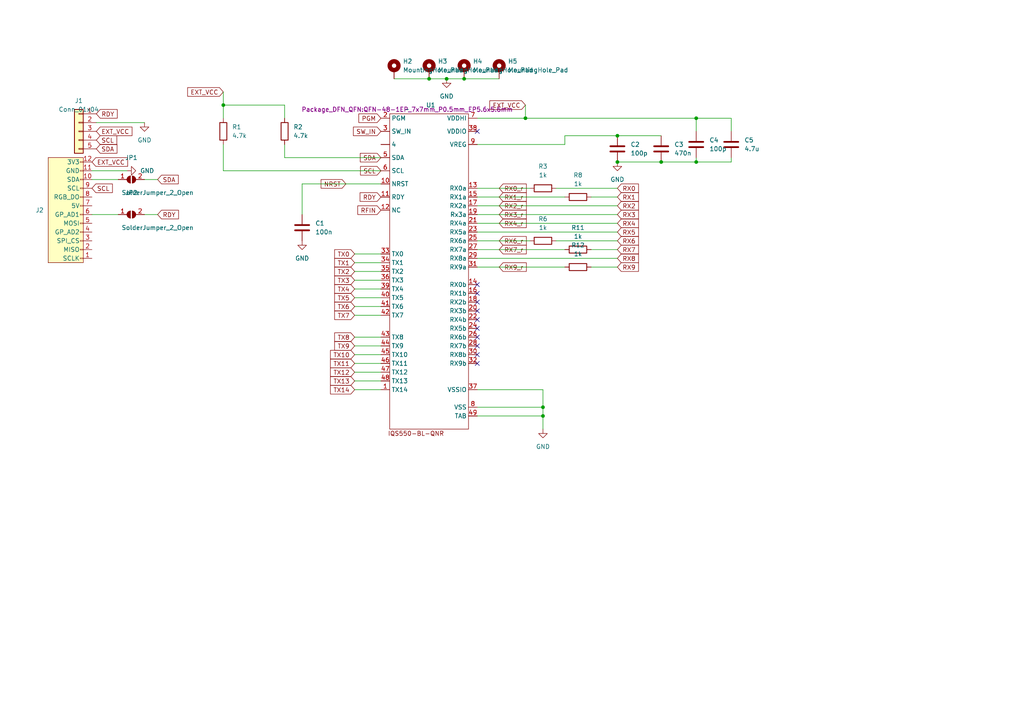
<source format=kicad_sch>
(kicad_sch (version 20230121) (generator eeschema)

  (uuid ebc6c686-6f17-429f-b18e-1358dc05a199)

  (paper "A4")

  (lib_symbols
    (symbol "Connector_Generic:Conn_01x05" (pin_names (offset 1.016) hide) (in_bom yes) (on_board yes)
      (property "Reference" "J" (at 0 7.62 0)
        (effects (font (size 1.27 1.27)))
      )
      (property "Value" "Conn_01x05" (at 0 -7.62 0)
        (effects (font (size 1.27 1.27)))
      )
      (property "Footprint" "" (at 0 0 0)
        (effects (font (size 1.27 1.27)) hide)
      )
      (property "Datasheet" "~" (at 0 0 0)
        (effects (font (size 1.27 1.27)) hide)
      )
      (property "ki_keywords" "connector" (at 0 0 0)
        (effects (font (size 1.27 1.27)) hide)
      )
      (property "ki_description" "Generic connector, single row, 01x05, script generated (kicad-library-utils/schlib/autogen/connector/)" (at 0 0 0)
        (effects (font (size 1.27 1.27)) hide)
      )
      (property "ki_fp_filters" "Connector*:*_1x??_*" (at 0 0 0)
        (effects (font (size 1.27 1.27)) hide)
      )
      (symbol "Conn_01x05_1_1"
        (rectangle (start -1.27 -4.953) (end 0 -5.207)
          (stroke (width 0.1524) (type default))
          (fill (type none))
        )
        (rectangle (start -1.27 -2.413) (end 0 -2.667)
          (stroke (width 0.1524) (type default))
          (fill (type none))
        )
        (rectangle (start -1.27 0.127) (end 0 -0.127)
          (stroke (width 0.1524) (type default))
          (fill (type none))
        )
        (rectangle (start -1.27 2.667) (end 0 2.413)
          (stroke (width 0.1524) (type default))
          (fill (type none))
        )
        (rectangle (start -1.27 5.207) (end 0 4.953)
          (stroke (width 0.1524) (type default))
          (fill (type none))
        )
        (rectangle (start -1.27 6.35) (end 1.27 -6.35)
          (stroke (width 0.254) (type default))
          (fill (type background))
        )
        (pin passive line (at -5.08 5.08 0) (length 3.81)
          (name "Pin_1" (effects (font (size 1.27 1.27))))
          (number "1" (effects (font (size 1.27 1.27))))
        )
        (pin passive line (at -5.08 2.54 0) (length 3.81)
          (name "Pin_2" (effects (font (size 1.27 1.27))))
          (number "2" (effects (font (size 1.27 1.27))))
        )
        (pin passive line (at -5.08 0 0) (length 3.81)
          (name "Pin_3" (effects (font (size 1.27 1.27))))
          (number "3" (effects (font (size 1.27 1.27))))
        )
        (pin passive line (at -5.08 -2.54 0) (length 3.81)
          (name "Pin_4" (effects (font (size 1.27 1.27))))
          (number "4" (effects (font (size 1.27 1.27))))
        )
        (pin passive line (at -5.08 -5.08 0) (length 3.81)
          (name "Pin_5" (effects (font (size 1.27 1.27))))
          (number "5" (effects (font (size 1.27 1.27))))
        )
      )
    )
    (symbol "Device:C" (pin_numbers hide) (pin_names (offset 0.254)) (in_bom yes) (on_board yes)
      (property "Reference" "C" (at 0.635 2.54 0)
        (effects (font (size 1.27 1.27)) (justify left))
      )
      (property "Value" "C" (at 0.635 -2.54 0)
        (effects (font (size 1.27 1.27)) (justify left))
      )
      (property "Footprint" "" (at 0.9652 -3.81 0)
        (effects (font (size 1.27 1.27)) hide)
      )
      (property "Datasheet" "~" (at 0 0 0)
        (effects (font (size 1.27 1.27)) hide)
      )
      (property "ki_keywords" "cap capacitor" (at 0 0 0)
        (effects (font (size 1.27 1.27)) hide)
      )
      (property "ki_description" "Unpolarized capacitor" (at 0 0 0)
        (effects (font (size 1.27 1.27)) hide)
      )
      (property "ki_fp_filters" "C_*" (at 0 0 0)
        (effects (font (size 1.27 1.27)) hide)
      )
      (symbol "C_0_1"
        (polyline
          (pts
            (xy -2.032 -0.762)
            (xy 2.032 -0.762)
          )
          (stroke (width 0.508) (type default))
          (fill (type none))
        )
        (polyline
          (pts
            (xy -2.032 0.762)
            (xy 2.032 0.762)
          )
          (stroke (width 0.508) (type default))
          (fill (type none))
        )
      )
      (symbol "C_1_1"
        (pin passive line (at 0 3.81 270) (length 2.794)
          (name "~" (effects (font (size 1.27 1.27))))
          (number "1" (effects (font (size 1.27 1.27))))
        )
        (pin passive line (at 0 -3.81 90) (length 2.794)
          (name "~" (effects (font (size 1.27 1.27))))
          (number "2" (effects (font (size 1.27 1.27))))
        )
      )
    )
    (symbol "Device:R" (pin_numbers hide) (pin_names (offset 0)) (in_bom yes) (on_board yes)
      (property "Reference" "R" (at 2.032 0 90)
        (effects (font (size 1.27 1.27)))
      )
      (property "Value" "R" (at 0 0 90)
        (effects (font (size 1.27 1.27)))
      )
      (property "Footprint" "" (at -1.778 0 90)
        (effects (font (size 1.27 1.27)) hide)
      )
      (property "Datasheet" "~" (at 0 0 0)
        (effects (font (size 1.27 1.27)) hide)
      )
      (property "ki_keywords" "R res resistor" (at 0 0 0)
        (effects (font (size 1.27 1.27)) hide)
      )
      (property "ki_description" "Resistor" (at 0 0 0)
        (effects (font (size 1.27 1.27)) hide)
      )
      (property "ki_fp_filters" "R_*" (at 0 0 0)
        (effects (font (size 1.27 1.27)) hide)
      )
      (symbol "R_0_1"
        (rectangle (start -1.016 -2.54) (end 1.016 2.54)
          (stroke (width 0.254) (type default))
          (fill (type none))
        )
      )
      (symbol "R_1_1"
        (pin passive line (at 0 3.81 270) (length 1.27)
          (name "~" (effects (font (size 1.27 1.27))))
          (number "1" (effects (font (size 1.27 1.27))))
        )
        (pin passive line (at 0 -3.81 90) (length 1.27)
          (name "~" (effects (font (size 1.27 1.27))))
          (number "2" (effects (font (size 1.27 1.27))))
        )
      )
    )
    (symbol "Jumper:SolderJumper_2_Open" (pin_names (offset 0) hide) (in_bom yes) (on_board yes)
      (property "Reference" "JP" (at 0 2.032 0)
        (effects (font (size 1.27 1.27)))
      )
      (property "Value" "SolderJumper_2_Open" (at 0 -2.54 0)
        (effects (font (size 1.27 1.27)))
      )
      (property "Footprint" "" (at 0 0 0)
        (effects (font (size 1.27 1.27)) hide)
      )
      (property "Datasheet" "~" (at 0 0 0)
        (effects (font (size 1.27 1.27)) hide)
      )
      (property "ki_keywords" "solder jumper SPST" (at 0 0 0)
        (effects (font (size 1.27 1.27)) hide)
      )
      (property "ki_description" "Solder Jumper, 2-pole, open" (at 0 0 0)
        (effects (font (size 1.27 1.27)) hide)
      )
      (property "ki_fp_filters" "SolderJumper*Open*" (at 0 0 0)
        (effects (font (size 1.27 1.27)) hide)
      )
      (symbol "SolderJumper_2_Open_0_1"
        (arc (start -0.254 1.016) (mid -1.2656 0) (end -0.254 -1.016)
          (stroke (width 0) (type default))
          (fill (type none))
        )
        (arc (start -0.254 1.016) (mid -1.2656 0) (end -0.254 -1.016)
          (stroke (width 0) (type default))
          (fill (type outline))
        )
        (polyline
          (pts
            (xy -0.254 1.016)
            (xy -0.254 -1.016)
          )
          (stroke (width 0) (type default))
          (fill (type none))
        )
        (polyline
          (pts
            (xy 0.254 1.016)
            (xy 0.254 -1.016)
          )
          (stroke (width 0) (type default))
          (fill (type none))
        )
        (arc (start 0.254 -1.016) (mid 1.2656 0) (end 0.254 1.016)
          (stroke (width 0) (type default))
          (fill (type none))
        )
        (arc (start 0.254 -1.016) (mid 1.2656 0) (end 0.254 1.016)
          (stroke (width 0) (type default))
          (fill (type outline))
        )
      )
      (symbol "SolderJumper_2_Open_1_1"
        (pin passive line (at -3.81 0 0) (length 2.54)
          (name "A" (effects (font (size 1.27 1.27))))
          (number "1" (effects (font (size 1.27 1.27))))
        )
        (pin passive line (at 3.81 0 180) (length 2.54)
          (name "B" (effects (font (size 1.27 1.27))))
          (number "2" (effects (font (size 1.27 1.27))))
        )
      )
    )
    (symbol "Mechanical:MountingHole_Pad" (pin_numbers hide) (pin_names (offset 1.016) hide) (in_bom yes) (on_board yes)
      (property "Reference" "H" (at 0 6.35 0)
        (effects (font (size 1.27 1.27)))
      )
      (property "Value" "MountingHole_Pad" (at 0 4.445 0)
        (effects (font (size 1.27 1.27)))
      )
      (property "Footprint" "" (at 0 0 0)
        (effects (font (size 1.27 1.27)) hide)
      )
      (property "Datasheet" "~" (at 0 0 0)
        (effects (font (size 1.27 1.27)) hide)
      )
      (property "ki_keywords" "mounting hole" (at 0 0 0)
        (effects (font (size 1.27 1.27)) hide)
      )
      (property "ki_description" "Mounting Hole with connection" (at 0 0 0)
        (effects (font (size 1.27 1.27)) hide)
      )
      (property "ki_fp_filters" "MountingHole*Pad*" (at 0 0 0)
        (effects (font (size 1.27 1.27)) hide)
      )
      (symbol "MountingHole_Pad_0_1"
        (circle (center 0 1.27) (radius 1.27)
          (stroke (width 1.27) (type default))
          (fill (type none))
        )
      )
      (symbol "MountingHole_Pad_1_1"
        (pin input line (at 0 -2.54 90) (length 2.54)
          (name "1" (effects (font (size 1.27 1.27))))
          (number "1" (effects (font (size 1.27 1.27))))
        )
      )
    )
    (symbol "cust_sym:IQS550" (in_bom yes) (on_board yes)
      (property "Reference" "U" (at -6.35 55.88 0)
        (effects (font (size 1.27 1.27)))
      )
      (property "Value" "" (at -6.35 55.88 0)
        (effects (font (size 1.27 1.27)))
      )
      (property "Footprint" "" (at -6.35 55.88 0)
        (effects (font (size 1.27 1.27)) hide)
      )
      (property "Datasheet" "" (at -6.35 55.88 0)
        (effects (font (size 1.27 1.27)) hide)
      )
      (symbol "IQS550_0_0"
        (text "" (at 12.7 2.54 0)
          (effects (font (size 1.27 1.27)))
        )
        (text "" (at 12.7 30.48 0)
          (effects (font (size 1.27 1.27)))
        )
      )
      (symbol "IQS550_0_1"
        (rectangle (start -11.43 54.61) (end 11.43 -36.83)
          (stroke (width 0) (type default))
          (fill (type none))
        )
      )
      (symbol "IQS550_1_1"
        (text "IQS550-BL-QNR\n" (at -3.81 -38.1 0)
          (effects (font (size 1.27 1.27)))
        )
        (pin input line (at -13.97 45.72 0) (length 2.54)
          (name "4" (effects (font (size 1.27 1.27))))
          (number "" (effects (font (size 1.27 1.27))))
        )
        (pin input line (at -13.97 -25.4 0) (length 2.54)
          (name "TX14" (effects (font (size 1.27 1.27))))
          (number "1" (effects (font (size 1.27 1.27))))
        )
        (pin input line (at -13.97 34.29 0) (length 2.54)
          (name "NRST" (effects (font (size 1.27 1.27))))
          (number "10" (effects (font (size 1.27 1.27))))
        )
        (pin input line (at -13.97 30.48 0) (length 2.54)
          (name "RDY" (effects (font (size 1.27 1.27))))
          (number "11" (effects (font (size 1.27 1.27))))
        )
        (pin input line (at -13.97 26.67 0) (length 2.54)
          (name "NC" (effects (font (size 1.27 1.27))))
          (number "12" (effects (font (size 1.27 1.27))))
        )
        (pin input line (at 13.97 33.02 180) (length 2.54)
          (name "RX0a" (effects (font (size 1.27 1.27))))
          (number "13" (effects (font (size 1.27 1.27))))
        )
        (pin input line (at 13.97 5.08 180) (length 2.54)
          (name "RX0b" (effects (font (size 1.27 1.27))))
          (number "14" (effects (font (size 1.27 1.27))))
        )
        (pin input line (at 13.97 30.48 180) (length 2.54)
          (name "RX1a" (effects (font (size 1.27 1.27))))
          (number "15" (effects (font (size 1.27 1.27))))
        )
        (pin input line (at 13.97 2.54 180) (length 2.54)
          (name "RX1b" (effects (font (size 1.27 1.27))))
          (number "16" (effects (font (size 1.27 1.27))))
        )
        (pin input line (at 13.97 27.94 180) (length 2.54)
          (name "RX2a" (effects (font (size 1.27 1.27))))
          (number "17" (effects (font (size 1.27 1.27))))
        )
        (pin input line (at 13.97 0 180) (length 2.54)
          (name "RX2b" (effects (font (size 1.27 1.27))))
          (number "18" (effects (font (size 1.27 1.27))))
        )
        (pin input line (at 13.97 25.4 180) (length 2.54)
          (name "Rx3a" (effects (font (size 1.27 1.27))))
          (number "19" (effects (font (size 1.27 1.27))))
        )
        (pin input line (at -13.97 53.34 0) (length 2.54)
          (name "PGM" (effects (font (size 1.27 1.27))))
          (number "2" (effects (font (size 1.27 1.27))))
        )
        (pin input line (at 13.97 -2.54 180) (length 2.54)
          (name "RX3b" (effects (font (size 1.27 1.27))))
          (number "20" (effects (font (size 1.27 1.27))))
        )
        (pin input line (at 13.97 22.86 180) (length 2.54)
          (name "RX4a" (effects (font (size 1.27 1.27))))
          (number "21" (effects (font (size 1.27 1.27))))
        )
        (pin input line (at 13.97 -5.08 180) (length 2.54)
          (name "RX4b" (effects (font (size 1.27 1.27))))
          (number "22" (effects (font (size 1.27 1.27))))
        )
        (pin input line (at 13.97 20.32 180) (length 2.54)
          (name "RX5a" (effects (font (size 1.27 1.27))))
          (number "23" (effects (font (size 1.27 1.27))))
        )
        (pin input line (at 13.97 -7.62 180) (length 2.54)
          (name "RX5b" (effects (font (size 1.27 1.27))))
          (number "24" (effects (font (size 1.27 1.27))))
        )
        (pin input line (at 13.97 17.78 180) (length 2.54)
          (name "RX6a" (effects (font (size 1.27 1.27))))
          (number "25" (effects (font (size 1.27 1.27))))
        )
        (pin input line (at 13.97 -10.16 180) (length 2.54)
          (name "RX6b" (effects (font (size 1.27 1.27))))
          (number "26" (effects (font (size 1.27 1.27))))
        )
        (pin input line (at 13.97 15.24 180) (length 2.54)
          (name "RX7a" (effects (font (size 1.27 1.27))))
          (number "27" (effects (font (size 1.27 1.27))))
        )
        (pin input line (at 13.97 -12.7 180) (length 2.54)
          (name "RX7b" (effects (font (size 1.27 1.27))))
          (number "28" (effects (font (size 1.27 1.27))))
        )
        (pin input line (at 13.97 12.7 180) (length 2.54)
          (name "RX8a" (effects (font (size 1.27 1.27))))
          (number "29" (effects (font (size 1.27 1.27))))
        )
        (pin input line (at -13.97 49.53 0) (length 2.54)
          (name "SW_IN" (effects (font (size 1.27 1.27))))
          (number "3" (effects (font (size 1.27 1.27))))
        )
        (pin input line (at 13.97 -15.24 180) (length 2.54)
          (name "RX8b" (effects (font (size 1.27 1.27))))
          (number "30" (effects (font (size 1.27 1.27))))
        )
        (pin input line (at 13.97 10.16 180) (length 2.54)
          (name "RX9a" (effects (font (size 1.27 1.27))))
          (number "31" (effects (font (size 1.27 1.27))))
        )
        (pin input line (at 13.97 -17.78 180) (length 2.54)
          (name "RX9b" (effects (font (size 1.27 1.27))))
          (number "32" (effects (font (size 1.27 1.27))))
        )
        (pin input line (at -13.97 13.97 0) (length 2.54)
          (name "TX0" (effects (font (size 1.27 1.27))))
          (number "33" (effects (font (size 1.27 1.27))))
        )
        (pin input line (at -13.97 11.43 0) (length 2.54)
          (name "TX1" (effects (font (size 1.27 1.27))))
          (number "34" (effects (font (size 1.27 1.27))))
        )
        (pin input line (at -13.97 8.89 0) (length 2.54)
          (name "TX2" (effects (font (size 1.27 1.27))))
          (number "35" (effects (font (size 1.27 1.27))))
        )
        (pin input line (at -13.97 6.35 0) (length 2.54)
          (name "TX3" (effects (font (size 1.27 1.27))))
          (number "36" (effects (font (size 1.27 1.27))))
        )
        (pin power_in line (at 13.97 -25.4 180) (length 2.54)
          (name "VSSIO" (effects (font (size 1.27 1.27))))
          (number "37" (effects (font (size 1.27 1.27))))
        )
        (pin power_in line (at 13.97 49.53 180) (length 2.54)
          (name "VDDIO" (effects (font (size 1.27 1.27))))
          (number "38" (effects (font (size 1.27 1.27))))
        )
        (pin input line (at -13.97 3.81 0) (length 2.54)
          (name "TX4" (effects (font (size 1.27 1.27))))
          (number "39" (effects (font (size 1.27 1.27))))
        )
        (pin input line (at -13.97 1.27 0) (length 2.54)
          (name "TX5" (effects (font (size 1.27 1.27))))
          (number "40" (effects (font (size 1.27 1.27))))
        )
        (pin input line (at -13.97 -1.27 0) (length 2.54)
          (name "TX6" (effects (font (size 1.27 1.27))))
          (number "41" (effects (font (size 1.27 1.27))))
        )
        (pin input line (at -13.97 -3.81 0) (length 2.54)
          (name "TX7" (effects (font (size 1.27 1.27))))
          (number "42" (effects (font (size 1.27 1.27))))
        )
        (pin input line (at -13.97 -10.16 0) (length 2.54)
          (name "TX8" (effects (font (size 1.27 1.27))))
          (number "43" (effects (font (size 1.27 1.27))))
        )
        (pin input line (at -13.97 -12.7 0) (length 2.54)
          (name "TX9" (effects (font (size 1.27 1.27))))
          (number "44" (effects (font (size 1.27 1.27))))
        )
        (pin input line (at -13.97 -15.24 0) (length 2.54)
          (name "TX10" (effects (font (size 1.27 1.27))))
          (number "45" (effects (font (size 1.27 1.27))))
        )
        (pin input line (at -13.97 -17.78 0) (length 2.54)
          (name "TX11" (effects (font (size 1.27 1.27))))
          (number "46" (effects (font (size 1.27 1.27))))
        )
        (pin input line (at -13.97 -20.32 0) (length 2.54)
          (name "TX12" (effects (font (size 1.27 1.27))))
          (number "47" (effects (font (size 1.27 1.27))))
        )
        (pin input line (at -13.97 -22.86 0) (length 2.54)
          (name "TX13" (effects (font (size 1.27 1.27))))
          (number "48" (effects (font (size 1.27 1.27))))
        )
        (pin power_out line (at 13.97 -33.02 180) (length 2.54)
          (name "TAB" (effects (font (size 1.27 1.27))))
          (number "49" (effects (font (size 1.27 1.27))))
        )
        (pin input line (at -13.97 41.91 0) (length 2.54)
          (name "SDA" (effects (font (size 1.27 1.27))))
          (number "5" (effects (font (size 1.27 1.27))))
        )
        (pin input line (at -13.97 38.1 0) (length 2.54)
          (name "SCL" (effects (font (size 1.27 1.27))))
          (number "6" (effects (font (size 1.27 1.27))))
        )
        (pin power_in line (at 13.97 53.34 180) (length 2.54)
          (name "VDDHI" (effects (font (size 1.27 1.27))))
          (number "7" (effects (font (size 1.27 1.27))))
        )
        (pin power_in line (at 13.97 -30.48 180) (length 2.54)
          (name "VSS" (effects (font (size 1.27 1.27))))
          (number "8" (effects (font (size 1.27 1.27))))
        )
        (pin power_in line (at 13.97 45.72 180) (length 2.54)
          (name "VREG" (effects (font (size 1.27 1.27))))
          (number "9" (effects (font (size 1.27 1.27))))
        )
      )
    )
    (symbol "power:GND" (power) (pin_names (offset 0)) (in_bom yes) (on_board yes)
      (property "Reference" "#PWR" (at 0 -6.35 0)
        (effects (font (size 1.27 1.27)) hide)
      )
      (property "Value" "GND" (at 0 -3.81 0)
        (effects (font (size 1.27 1.27)))
      )
      (property "Footprint" "" (at 0 0 0)
        (effects (font (size 1.27 1.27)) hide)
      )
      (property "Datasheet" "" (at 0 0 0)
        (effects (font (size 1.27 1.27)) hide)
      )
      (property "ki_keywords" "global power" (at 0 0 0)
        (effects (font (size 1.27 1.27)) hide)
      )
      (property "ki_description" "Power symbol creates a global label with name \"GND\" , ground" (at 0 0 0)
        (effects (font (size 1.27 1.27)) hide)
      )
      (symbol "GND_0_1"
        (polyline
          (pts
            (xy 0 0)
            (xy 0 -1.27)
            (xy 1.27 -1.27)
            (xy 0 -2.54)
            (xy -1.27 -1.27)
            (xy 0 -1.27)
          )
          (stroke (width 0) (type default))
          (fill (type none))
        )
      )
      (symbol "GND_1_1"
        (pin power_in line (at 0 0 270) (length 0) hide
          (name "GND" (effects (font (size 1.27 1.27))))
          (number "1" (effects (font (size 1.27 1.27))))
        )
      )
    )
    (symbol "vik:vik-module-connector" (pin_names (offset 1)) (in_bom yes) (on_board yes)
      (property "Reference" "J" (at 0 15.875 0)
        (effects (font (size 1.27 1.27)))
      )
      (property "Value" "vik-module-connector" (at 0 -17.78 0)
        (effects (font (size 1.27 1.27)) hide)
      )
      (property "Footprint" "" (at 0 6.35 0)
        (effects (font (size 1.27 1.27)) hide)
      )
      (property "Datasheet" "" (at 0 6.35 0)
        (effects (font (size 1.27 1.27)) hide)
      )
      (symbol "vik-module-connector_1_1"
        (rectangle (start -5.08 13.97) (end 5.08 -16.51)
          (stroke (width 0) (type default))
          (fill (type background))
        )
        (rectangle (start -5.0546 -15.113) (end -4.191 -15.367)
          (stroke (width 0.1) (type default))
          (fill (type none))
        )
        (rectangle (start -5.0546 -12.573) (end -4.191 -12.827)
          (stroke (width 0.1) (type default))
          (fill (type none))
        )
        (rectangle (start -5.0546 -10.033) (end -4.191 -10.287)
          (stroke (width 0.1) (type default))
          (fill (type none))
        )
        (rectangle (start -5.0546 -7.493) (end -4.191 -7.747)
          (stroke (width 0.1) (type default))
          (fill (type none))
        )
        (rectangle (start -5.0546 -4.953) (end -4.191 -5.207)
          (stroke (width 0.1) (type default))
          (fill (type none))
        )
        (rectangle (start -5.0546 -2.413) (end -4.191 -2.667)
          (stroke (width 0.1) (type default))
          (fill (type none))
        )
        (rectangle (start -5.0546 0.127) (end -4.191 -0.127)
          (stroke (width 0.1) (type default))
          (fill (type none))
        )
        (rectangle (start -5.0546 2.667) (end -4.191 2.413)
          (stroke (width 0.1) (type default))
          (fill (type none))
        )
        (rectangle (start -5.0546 5.207) (end -4.191 4.953)
          (stroke (width 0.1) (type default))
          (fill (type none))
        )
        (rectangle (start -5.0546 7.747) (end -4.191 7.493)
          (stroke (width 0.1) (type default))
          (fill (type none))
        )
        (rectangle (start -5.0546 10.287) (end -4.191 10.033)
          (stroke (width 0.1) (type default))
          (fill (type none))
        )
        (rectangle (start -5.0546 12.827) (end -4.191 12.573)
          (stroke (width 0.1) (type default))
          (fill (type none))
        )
        (pin output line (at -7.62 12.7 0) (length 2.54)
          (name "SCLK" (effects (font (size 1.27 1.27))))
          (number "1" (effects (font (size 1.27 1.27))))
        )
        (pin bidirectional line (at -7.62 -10.16 0) (length 2.54)
          (name "SDA" (effects (font (size 1.27 1.27))))
          (number "10" (effects (font (size 1.27 1.27))))
        )
        (pin power_out line (at -7.62 -12.7 0) (length 2.54)
          (name "GND" (effects (font (size 1.27 1.27))))
          (number "11" (effects (font (size 1.27 1.27))))
        )
        (pin power_out line (at -7.62 -15.24 0) (length 2.54)
          (name "3V3" (effects (font (size 1.27 1.27))))
          (number "12" (effects (font (size 1.27 1.27))))
        )
        (pin tri_state line (at -7.62 10.16 0) (length 2.54)
          (name "MISO" (effects (font (size 1.27 1.27))))
          (number "2" (effects (font (size 1.27 1.27))))
        )
        (pin output line (at -7.62 7.62 0) (length 2.54)
          (name "SPI_CS" (effects (font (size 1.27 1.27))))
          (number "3" (effects (font (size 1.27 1.27))))
        )
        (pin bidirectional line (at -7.62 5.08 0) (length 2.54)
          (name "GP_AD2" (effects (font (size 1.27 1.27))))
          (number "4" (effects (font (size 1.27 1.27))))
        )
        (pin output line (at -7.62 2.54 0) (length 2.54)
          (name "MOSI" (effects (font (size 1.27 1.27))))
          (number "5" (effects (font (size 1.27 1.27))))
        )
        (pin bidirectional line (at -7.62 0 0) (length 2.54)
          (name "GP_AD1" (effects (font (size 1.27 1.27))))
          (number "6" (effects (font (size 1.27 1.27))))
        )
        (pin power_out line (at -7.62 -2.54 0) (length 2.54)
          (name "5V" (effects (font (size 1.27 1.27))))
          (number "7" (effects (font (size 1.27 1.27))))
        )
        (pin output line (at -7.62 -5.08 0) (length 2.54)
          (name "RGB_DO" (effects (font (size 1.27 1.27))))
          (number "8" (effects (font (size 1.27 1.27))))
        )
        (pin bidirectional line (at -7.62 -7.62 0) (length 2.54)
          (name "SCL" (effects (font (size 1.27 1.27))))
          (number "9" (effects (font (size 1.27 1.27))))
        )
      )
    )
  )

  (junction (at 157.48 120.65) (diameter 0) (color 0 0 0 0)
    (uuid 11d2ac3e-ab9a-409f-a53a-04b276b76052)
  )
  (junction (at 201.93 46.99) (diameter 0) (color 0 0 0 0)
    (uuid 2c122736-2a20-41a3-97b2-9aa90bfa49d6)
  )
  (junction (at 157.48 118.11) (diameter 0) (color 0 0 0 0)
    (uuid 63987d6b-804a-421b-be0c-14727634d7a4)
  )
  (junction (at 179.07 46.99) (diameter 0) (color 0 0 0 0)
    (uuid 65d2f66c-b914-47fb-926d-1636b2f06508)
  )
  (junction (at 64.77 30.48) (diameter 0) (color 0 0 0 0)
    (uuid 7db1f1ac-df4f-4de6-be75-c13306bcc292)
  )
  (junction (at 129.54 22.86) (diameter 0) (color 0 0 0 0)
    (uuid 897e7f70-cdfd-4b80-bd59-95a5d74090b1)
  )
  (junction (at 134.62 22.86) (diameter 0) (color 0 0 0 0)
    (uuid 981b3179-8c6d-435e-8161-70935435c474)
  )
  (junction (at 124.46 22.86) (diameter 0) (color 0 0 0 0)
    (uuid a82a60fd-87af-4f1b-a562-6c4f59eb1684)
  )
  (junction (at 152.4 34.29) (diameter 0) (color 0 0 0 0)
    (uuid aee14f63-8086-4901-8765-756b9f2c1d7d)
  )
  (junction (at 191.77 46.99) (diameter 0) (color 0 0 0 0)
    (uuid c7a317ad-db53-47b8-9d03-f1231009d823)
  )
  (junction (at 201.93 34.29) (diameter 0) (color 0 0 0 0)
    (uuid fac791cd-6239-4c29-8ee3-5bbb028ef3d2)
  )
  (junction (at 179.07 39.37) (diameter 0) (color 0 0 0 0)
    (uuid fc28a646-8db9-4f2c-b29d-43747b00ae30)
  )

  (no_connect (at 138.43 38.1) (uuid 02de5a60-0994-411e-97ca-27ce7d6a40ce))
  (no_connect (at 138.43 90.17) (uuid 134511fe-35c2-4c4a-b25d-2b0a559448e3))
  (no_connect (at 138.43 97.79) (uuid 19a90e7c-838f-4e1b-a64c-40cb4b7363d5))
  (no_connect (at 138.43 85.09) (uuid 43f159ea-eb52-4e56-8829-cdcb71951daa))
  (no_connect (at 138.43 87.63) (uuid 4b1d4da5-e85c-4cfc-96dc-78f841e7fcf0))
  (no_connect (at 138.43 95.25) (uuid 59bf55bf-dc38-4e6e-bd55-8bdad3a03c22))
  (no_connect (at 138.43 105.41) (uuid 6b3866b4-6715-4c57-9f63-c009ee090092))
  (no_connect (at 138.43 102.87) (uuid 77d02d46-fe98-41ae-a523-c628d815e098))
  (no_connect (at 138.43 92.71) (uuid 817dad66-c509-4cd3-b72b-38f918edb80a))
  (no_connect (at 138.43 100.33) (uuid 9a01eb53-499f-4b79-a60c-08f08b690d8d))
  (no_connect (at 138.43 82.55) (uuid ed01d955-2401-4aec-9b81-e7598958a098))

  (wire (pts (xy 45.72 62.23) (xy 41.91 62.23))
    (stroke (width 0) (type default))
    (uuid 021f52e9-6b76-4690-a0e6-b5f71f74fe45)
  )
  (wire (pts (xy 102.87 97.79) (xy 110.49 97.79))
    (stroke (width 0) (type default))
    (uuid 0b2a0457-d8c3-4099-ac59-b217b852d8cf)
  )
  (wire (pts (xy 36.83 49.53) (xy 26.67 49.53))
    (stroke (width 0) (type default))
    (uuid 0e9f5aa0-de06-4539-a7da-511c26d8d204)
  )
  (wire (pts (xy 102.87 110.49) (xy 110.49 110.49))
    (stroke (width 0) (type default))
    (uuid 1613a38b-f033-428c-8197-9d279fe29700)
  )
  (wire (pts (xy 102.87 76.2) (xy 110.49 76.2))
    (stroke (width 0) (type default))
    (uuid 17e51831-a5d8-4187-a330-96c74fe4c7e6)
  )
  (wire (pts (xy 152.4 34.29) (xy 138.43 34.29))
    (stroke (width 0) (type default))
    (uuid 1af53fa0-c141-411b-911b-fe0b8a71e1ef)
  )
  (wire (pts (xy 157.48 120.65) (xy 157.48 118.11))
    (stroke (width 0) (type default))
    (uuid 1ec536f6-6960-4532-8355-e85b3beff3ff)
  )
  (wire (pts (xy 102.87 107.95) (xy 110.49 107.95))
    (stroke (width 0) (type default))
    (uuid 2ce0b93c-6560-4717-a0e7-0123a660b3f7)
  )
  (wire (pts (xy 102.87 88.9) (xy 110.49 88.9))
    (stroke (width 0) (type default))
    (uuid 2d8bc79b-d5bb-44f4-938f-36eab269d5f5)
  )
  (wire (pts (xy 82.55 30.48) (xy 64.77 30.48))
    (stroke (width 0) (type default))
    (uuid 2f8372fc-4c14-43e2-ac07-9280b68de927)
  )
  (wire (pts (xy 171.45 57.15) (xy 179.07 57.15))
    (stroke (width 0) (type default))
    (uuid 35761f42-481e-4afa-876f-a11e7a1a90f2)
  )
  (wire (pts (xy 161.29 54.61) (xy 179.07 54.61))
    (stroke (width 0) (type default))
    (uuid 36393dcc-ebe5-4292-88b1-16015ea99e65)
  )
  (wire (pts (xy 45.72 52.07) (xy 41.91 52.07))
    (stroke (width 0) (type default))
    (uuid 3e73f6c6-4948-46bd-a6bb-c0f19950e303)
  )
  (wire (pts (xy 201.93 34.29) (xy 152.4 34.29))
    (stroke (width 0) (type default))
    (uuid 3f887216-5fec-416d-ad4a-cb110800d67f)
  )
  (wire (pts (xy 163.83 41.91) (xy 138.43 41.91))
    (stroke (width 0) (type default))
    (uuid 40588c06-fae9-465a-946d-9f351e3f6582)
  )
  (wire (pts (xy 102.87 81.28) (xy 110.49 81.28))
    (stroke (width 0) (type default))
    (uuid 4062ec07-1c4f-46e2-aaeb-fee0396a5766)
  )
  (wire (pts (xy 102.87 78.74) (xy 110.49 78.74))
    (stroke (width 0) (type default))
    (uuid 43105e47-7bd7-4d5b-9e3b-48dbdcf40a7d)
  )
  (wire (pts (xy 102.87 73.66) (xy 110.49 73.66))
    (stroke (width 0) (type default))
    (uuid 4589c53c-094c-442d-9765-d0da4cedd63b)
  )
  (wire (pts (xy 138.43 74.93) (xy 179.07 74.93))
    (stroke (width 0) (type default))
    (uuid 4f3703b5-1cd4-46e0-a41d-3ec027bf6f3f)
  )
  (wire (pts (xy 124.46 22.86) (xy 129.54 22.86))
    (stroke (width 0) (type default))
    (uuid 5093ce13-d62e-48bf-95b5-77d96436494a)
  )
  (wire (pts (xy 138.43 72.39) (xy 163.83 72.39))
    (stroke (width 0) (type default))
    (uuid 5417ddc5-7410-4a0f-bb71-3885d0de7fd4)
  )
  (wire (pts (xy 138.43 120.65) (xy 157.48 120.65))
    (stroke (width 0) (type default))
    (uuid 547cedf8-3437-4a15-9efb-e61e7ec86b13)
  )
  (wire (pts (xy 212.09 45.72) (xy 212.09 46.99))
    (stroke (width 0) (type default))
    (uuid 55db7f92-31e2-4c95-b43b-61f741d2f0df)
  )
  (wire (pts (xy 152.4 30.48) (xy 152.4 34.29))
    (stroke (width 0) (type default))
    (uuid 57493a3c-e1f9-47e7-8356-0679944e909e)
  )
  (wire (pts (xy 82.55 45.72) (xy 110.49 45.72))
    (stroke (width 0) (type default))
    (uuid 5a966968-aacc-4313-9310-0fa152d275e6)
  )
  (wire (pts (xy 134.62 22.86) (xy 144.78 22.86))
    (stroke (width 0) (type default))
    (uuid 5e4f02c4-0040-40ee-9091-7f28a151b128)
  )
  (wire (pts (xy 129.54 22.86) (xy 134.62 22.86))
    (stroke (width 0) (type default))
    (uuid 60bac12f-07eb-4646-b027-fe8c850dbbe9)
  )
  (wire (pts (xy 171.45 72.39) (xy 179.07 72.39))
    (stroke (width 0) (type default))
    (uuid 63df1b03-7d6b-4771-b40a-23802ecd401e)
  )
  (wire (pts (xy 201.93 34.29) (xy 201.93 38.1))
    (stroke (width 0) (type default))
    (uuid 65341adb-47c9-4a2b-8885-7fdcd2652fd1)
  )
  (wire (pts (xy 171.45 77.47) (xy 179.07 77.47))
    (stroke (width 0) (type default))
    (uuid 66aacabc-15ef-4a75-8ce2-d8caaf9724a7)
  )
  (wire (pts (xy 87.63 53.34) (xy 87.63 62.23))
    (stroke (width 0) (type default))
    (uuid 6a0d071f-65d8-4290-8797-0bdad3f9509c)
  )
  (wire (pts (xy 138.43 69.85) (xy 153.67 69.85))
    (stroke (width 0) (type default))
    (uuid 6e84d0cc-c43a-42a5-ac00-d76d953dc547)
  )
  (wire (pts (xy 157.48 124.46) (xy 157.48 120.65))
    (stroke (width 0) (type default))
    (uuid 733a3362-7245-4c68-b025-d519e1f6e695)
  )
  (wire (pts (xy 64.77 26.67) (xy 64.77 30.48))
    (stroke (width 0) (type default))
    (uuid 75ef9962-fe14-4a22-8ee9-8c0e4eda4668)
  )
  (wire (pts (xy 201.93 45.72) (xy 201.93 46.99))
    (stroke (width 0) (type default))
    (uuid 781e5a2f-4978-4a67-b206-c851fa7db4fa)
  )
  (wire (pts (xy 212.09 38.1) (xy 212.09 34.29))
    (stroke (width 0) (type default))
    (uuid 791862ad-47a6-4228-a71b-cab18f0cbf95)
  )
  (wire (pts (xy 82.55 41.91) (xy 82.55 45.72))
    (stroke (width 0) (type default))
    (uuid 82b3d7cd-567d-477d-936a-46820589d955)
  )
  (wire (pts (xy 161.29 69.85) (xy 179.07 69.85))
    (stroke (width 0) (type default))
    (uuid 846c6b90-f429-4ead-b74a-201993201156)
  )
  (wire (pts (xy 138.43 118.11) (xy 157.48 118.11))
    (stroke (width 0) (type default))
    (uuid 87bffa1f-58e6-42a0-9e16-ab000c770419)
  )
  (wire (pts (xy 102.87 86.36) (xy 110.49 86.36))
    (stroke (width 0) (type default))
    (uuid 8834cb2f-32cf-4bec-814f-2e766a99fc0c)
  )
  (wire (pts (xy 34.29 62.23) (xy 26.67 62.23))
    (stroke (width 0) (type default))
    (uuid 89416dc5-08b7-405e-936b-ff421fad63b1)
  )
  (wire (pts (xy 27.94 35.56) (xy 41.91 35.56))
    (stroke (width 0) (type default))
    (uuid 8e2eb5af-d781-4df0-9045-2dad40f573eb)
  )
  (wire (pts (xy 138.43 64.77) (xy 179.07 64.77))
    (stroke (width 0) (type default))
    (uuid 90ea1416-0f39-49e6-bdc5-f39a475f2716)
  )
  (wire (pts (xy 201.93 46.99) (xy 212.09 46.99))
    (stroke (width 0) (type default))
    (uuid 94bbe26e-bd37-4b48-941d-02e6d72cea00)
  )
  (wire (pts (xy 163.83 39.37) (xy 163.83 41.91))
    (stroke (width 0) (type default))
    (uuid 96be3b29-13a6-4038-a0fe-99a111af0897)
  )
  (wire (pts (xy 138.43 62.23) (xy 179.07 62.23))
    (stroke (width 0) (type default))
    (uuid a2bccacc-b5f8-48fc-9f2c-24f430593d10)
  )
  (wire (pts (xy 102.87 102.87) (xy 110.49 102.87))
    (stroke (width 0) (type default))
    (uuid a6244bd8-f112-4972-ac78-af247daf2099)
  )
  (wire (pts (xy 102.87 100.33) (xy 110.49 100.33))
    (stroke (width 0) (type default))
    (uuid ac3395dc-acf7-4e61-a629-79ace6b6a2be)
  )
  (wire (pts (xy 102.87 83.82) (xy 110.49 83.82))
    (stroke (width 0) (type default))
    (uuid b01cc232-8fa2-4239-af46-01f0d05fe44a)
  )
  (wire (pts (xy 64.77 30.48) (xy 64.77 34.29))
    (stroke (width 0) (type default))
    (uuid b0c318f2-fb9d-4e33-a50b-9696062bd218)
  )
  (wire (pts (xy 82.55 34.29) (xy 82.55 30.48))
    (stroke (width 0) (type default))
    (uuid b1898f07-1bc2-4f35-84e2-821f75e5916d)
  )
  (wire (pts (xy 64.77 41.91) (xy 64.77 49.53))
    (stroke (width 0) (type default))
    (uuid b62c8962-6b3e-4b50-a237-d94f667918b1)
  )
  (wire (pts (xy 179.07 39.37) (xy 191.77 39.37))
    (stroke (width 0) (type default))
    (uuid bea5d010-739d-47f5-8047-d7243f376301)
  )
  (wire (pts (xy 124.46 22.86) (xy 114.3 22.86))
    (stroke (width 0) (type default))
    (uuid c091c304-700b-4fdb-859d-aa0544333fc2)
  )
  (wire (pts (xy 138.43 54.61) (xy 153.67 54.61))
    (stroke (width 0) (type default))
    (uuid c531aba4-3c03-437b-a4e2-9ebd4e666e29)
  )
  (wire (pts (xy 138.43 57.15) (xy 163.83 57.15))
    (stroke (width 0) (type default))
    (uuid c85336d3-a723-49ac-84b7-e56a04104a4b)
  )
  (wire (pts (xy 102.87 113.03) (xy 110.49 113.03))
    (stroke (width 0) (type default))
    (uuid cc58853a-6315-407b-a4bc-b81a4c50ff46)
  )
  (wire (pts (xy 102.87 105.41) (xy 110.49 105.41))
    (stroke (width 0) (type default))
    (uuid ce3522da-6c99-4760-84b6-c1bc763eedb3)
  )
  (wire (pts (xy 163.83 39.37) (xy 179.07 39.37))
    (stroke (width 0) (type default))
    (uuid d06c9361-6f4d-45f0-af1d-162aa94e9b78)
  )
  (wire (pts (xy 138.43 67.31) (xy 179.07 67.31))
    (stroke (width 0) (type default))
    (uuid dc22bc13-8759-400e-bf1c-c7a0384858d8)
  )
  (wire (pts (xy 191.77 46.99) (xy 201.93 46.99))
    (stroke (width 0) (type default))
    (uuid dc412dba-7969-4f97-b9bd-1d3154616bc0)
  )
  (wire (pts (xy 102.87 91.44) (xy 110.49 91.44))
    (stroke (width 0) (type default))
    (uuid dc548c5a-0a40-4131-9e7d-5f7d1ca3fb5e)
  )
  (wire (pts (xy 34.29 52.07) (xy 26.67 52.07))
    (stroke (width 0) (type default))
    (uuid e6554cfb-96cc-4ead-9ef6-1e96ea9f1dbe)
  )
  (wire (pts (xy 179.07 46.99) (xy 191.77 46.99))
    (stroke (width 0) (type default))
    (uuid e72623bb-a7bd-4310-be12-386119bce2de)
  )
  (wire (pts (xy 157.48 118.11) (xy 157.48 113.03))
    (stroke (width 0) (type default))
    (uuid ec6b9d1b-dce0-4ab5-9075-1960e63d1b47)
  )
  (wire (pts (xy 138.43 77.47) (xy 163.83 77.47))
    (stroke (width 0) (type default))
    (uuid ed89bb6a-0c68-4131-b743-c6e007198469)
  )
  (wire (pts (xy 87.63 53.34) (xy 110.49 53.34))
    (stroke (width 0) (type default))
    (uuid ed8f863a-4fb4-4484-828c-7a65a42b03ab)
  )
  (wire (pts (xy 212.09 34.29) (xy 201.93 34.29))
    (stroke (width 0) (type default))
    (uuid f4416c7e-ea99-4818-be83-cd2c2d477670)
  )
  (wire (pts (xy 64.77 49.53) (xy 110.49 49.53))
    (stroke (width 0) (type default))
    (uuid f862ad5b-1812-4302-9f6b-73359682cdc4)
  )
  (wire (pts (xy 157.48 113.03) (xy 138.43 113.03))
    (stroke (width 0) (type default))
    (uuid fb513010-660b-45d7-97bc-42218e9b0669)
  )
  (wire (pts (xy 138.43 59.69) (xy 179.07 59.69))
    (stroke (width 0) (type default))
    (uuid fe8f4c24-07fb-4233-ab92-7489648b7771)
  )

  (global_label "TX3" (shape input) (at 102.87 81.28 180) (fields_autoplaced)
    (effects (font (size 1.27 1.27)) (justify right))
    (uuid 000710c1-5464-43e1-973a-597e0f8b7edc)
    (property "Intersheetrefs" "${INTERSHEET_REFS}" (at 96.4982 81.28 0)
      (effects (font (size 1.27 1.27)) (justify right) hide)
    )
  )
  (global_label "TX10" (shape input) (at 102.87 102.87 180) (fields_autoplaced)
    (effects (font (size 1.27 1.27)) (justify right))
    (uuid 0515f4fd-d879-44f7-8619-e60717fb46d9)
    (property "Intersheetrefs" "${INTERSHEET_REFS}" (at 95.2887 102.87 0)
      (effects (font (size 1.27 1.27)) (justify right) hide)
    )
  )
  (global_label "TX13" (shape input) (at 102.87 110.49 180) (fields_autoplaced)
    (effects (font (size 1.27 1.27)) (justify right))
    (uuid 084c1edd-a6d8-4e25-9d9f-938eef875fd6)
    (property "Intersheetrefs" "${INTERSHEET_REFS}" (at 95.2887 110.49 0)
      (effects (font (size 1.27 1.27)) (justify right) hide)
    )
  )
  (global_label "RX4" (shape input) (at 179.07 64.77 0) (fields_autoplaced)
    (effects (font (size 1.27 1.27)) (justify left))
    (uuid 0979e9c1-713e-4a17-a88c-d4ba900a0549)
    (property "Intersheetrefs" "${INTERSHEET_REFS}" (at 185.7442 64.77 0)
      (effects (font (size 1.27 1.27)) (justify left) hide)
    )
  )
  (global_label "TX8" (shape input) (at 102.87 97.79 180) (fields_autoplaced)
    (effects (font (size 1.27 1.27)) (justify right))
    (uuid 0c564b9f-c456-42d0-b8f2-3f84750476f2)
    (property "Intersheetrefs" "${INTERSHEET_REFS}" (at 96.4982 97.79 0)
      (effects (font (size 1.27 1.27)) (justify right) hide)
    )
  )
  (global_label "RDY" (shape input) (at 110.49 57.15 180) (fields_autoplaced)
    (effects (font (size 1.27 1.27)) (justify right))
    (uuid 1009d7fb-4cf9-468d-8eae-8f422719fac7)
    (property "Intersheetrefs" "${INTERSHEET_REFS}" (at 103.8762 57.15 0)
      (effects (font (size 1.27 1.27)) (justify right) hide)
    )
  )
  (global_label "TX4" (shape input) (at 102.87 83.82 180) (fields_autoplaced)
    (effects (font (size 1.27 1.27)) (justify right))
    (uuid 119936e9-0397-44af-9f7b-79306b6cbdd4)
    (property "Intersheetrefs" "${INTERSHEET_REFS}" (at 96.4982 83.82 0)
      (effects (font (size 1.27 1.27)) (justify right) hide)
    )
  )
  (global_label "RX5" (shape input) (at 179.07 67.31 0) (fields_autoplaced)
    (effects (font (size 1.27 1.27)) (justify left))
    (uuid 14734c73-1b9b-47bf-b7da-a05362ef95a6)
    (property "Intersheetrefs" "${INTERSHEET_REFS}" (at 185.7442 67.31 0)
      (effects (font (size 1.27 1.27)) (justify left) hide)
    )
  )
  (global_label "RX2_r" (shape input) (at 144.78 59.69 0) (fields_autoplaced)
    (effects (font (size 1.27 1.27)) (justify left))
    (uuid 1dbe17f7-f22e-4f28-b925-b3339225b057)
    (property "Intersheetrefs" "${INTERSHEET_REFS}" (at 153.208 59.69 0)
      (effects (font (size 1.27 1.27)) (justify left) hide)
    )
  )
  (global_label "TX2" (shape input) (at 102.87 78.74 180) (fields_autoplaced)
    (effects (font (size 1.27 1.27)) (justify right))
    (uuid 1e1b122b-f583-480e-86d5-9ac9fa31771d)
    (property "Intersheetrefs" "${INTERSHEET_REFS}" (at 96.4982 78.74 0)
      (effects (font (size 1.27 1.27)) (justify right) hide)
    )
  )
  (global_label "SCL" (shape input) (at 26.67 54.61 0) (fields_autoplaced)
    (effects (font (size 1.27 1.27)) (justify left))
    (uuid 1e840023-ccbc-4494-94cb-a21c1f1ea957)
    (property "Intersheetrefs" "${INTERSHEET_REFS}" (at 33.1628 54.61 0)
      (effects (font (size 1.27 1.27)) (justify left) hide)
    )
  )
  (global_label "RDY" (shape input) (at 27.94 33.02 0) (fields_autoplaced)
    (effects (font (size 1.27 1.27)) (justify left))
    (uuid 30807993-9b1b-40a5-b79a-a8fad021e829)
    (property "Intersheetrefs" "${INTERSHEET_REFS}" (at 34.5538 33.02 0)
      (effects (font (size 1.27 1.27)) (justify left) hide)
    )
  )
  (global_label "PGM" (shape input) (at 110.49 34.29 180) (fields_autoplaced)
    (effects (font (size 1.27 1.27)) (justify right))
    (uuid 3ce41e21-a99d-44d2-8c88-8729ce4d2a7a)
    (property "Intersheetrefs" "${INTERSHEET_REFS}" (at 103.5134 34.29 0)
      (effects (font (size 1.27 1.27)) (justify right) hide)
    )
  )
  (global_label "NRST" (shape input) (at 100.33 53.34 180) (fields_autoplaced)
    (effects (font (size 1.27 1.27)) (justify right))
    (uuid 4eb74181-0b19-478d-829b-02f29f41a57e)
    (property "Intersheetrefs" "${INTERSHEET_REFS}" (at 92.5672 53.34 0)
      (effects (font (size 1.27 1.27)) (justify right) hide)
    )
  )
  (global_label "RX1" (shape input) (at 179.07 57.15 0) (fields_autoplaced)
    (effects (font (size 1.27 1.27)) (justify left))
    (uuid 4ed8cfa5-3b8d-4edf-a604-07c64ee9245a)
    (property "Intersheetrefs" "${INTERSHEET_REFS}" (at 185.7442 57.15 0)
      (effects (font (size 1.27 1.27)) (justify left) hide)
    )
  )
  (global_label "SW_IN" (shape input) (at 110.49 38.1 180) (fields_autoplaced)
    (effects (font (size 1.27 1.27)) (justify right))
    (uuid 52e3b6db-1e37-4d66-87d8-2af906f8f015)
    (property "Intersheetrefs" "${INTERSHEET_REFS}" (at 101.941 38.1 0)
      (effects (font (size 1.27 1.27)) (justify right) hide)
    )
  )
  (global_label "TX9" (shape input) (at 102.87 100.33 180) (fields_autoplaced)
    (effects (font (size 1.27 1.27)) (justify right))
    (uuid 57ca923a-08e8-4165-9f7d-457cb4e7d2ce)
    (property "Intersheetrefs" "${INTERSHEET_REFS}" (at 96.4982 100.33 0)
      (effects (font (size 1.27 1.27)) (justify right) hide)
    )
  )
  (global_label "TX5" (shape input) (at 102.87 86.36 180) (fields_autoplaced)
    (effects (font (size 1.27 1.27)) (justify right))
    (uuid 5a41dac7-1e9b-4684-82ac-12c98dc57b2c)
    (property "Intersheetrefs" "${INTERSHEET_REFS}" (at 96.4982 86.36 0)
      (effects (font (size 1.27 1.27)) (justify right) hide)
    )
  )
  (global_label "RX3" (shape input) (at 179.07 62.23 0) (fields_autoplaced)
    (effects (font (size 1.27 1.27)) (justify left))
    (uuid 5a8700a1-974b-454b-a492-1b506c360f7a)
    (property "Intersheetrefs" "${INTERSHEET_REFS}" (at 185.7442 62.23 0)
      (effects (font (size 1.27 1.27)) (justify left) hide)
    )
  )
  (global_label "SDA" (shape input) (at 45.72 52.07 0) (fields_autoplaced)
    (effects (font (size 1.27 1.27)) (justify left))
    (uuid 5c2cb8c0-74c6-4e2f-9a97-b5554594cb09)
    (property "Intersheetrefs" "${INTERSHEET_REFS}" (at 52.2733 52.07 0)
      (effects (font (size 1.27 1.27)) (justify left) hide)
    )
  )
  (global_label "RDY" (shape input) (at 45.72 62.23 0) (fields_autoplaced)
    (effects (font (size 1.27 1.27)) (justify left))
    (uuid 602ea660-fff1-4361-ab30-e7c5bbd95a97)
    (property "Intersheetrefs" "${INTERSHEET_REFS}" (at 52.3338 62.23 0)
      (effects (font (size 1.27 1.27)) (justify left) hide)
    )
  )
  (global_label "RX6" (shape input) (at 179.07 69.85 0) (fields_autoplaced)
    (effects (font (size 1.27 1.27)) (justify left))
    (uuid 636c8f55-5e55-4bcc-ae4f-5b00c15955e1)
    (property "Intersheetrefs" "${INTERSHEET_REFS}" (at 185.7442 69.85 0)
      (effects (font (size 1.27 1.27)) (justify left) hide)
    )
  )
  (global_label "TX14" (shape input) (at 102.87 113.03 180) (fields_autoplaced)
    (effects (font (size 1.27 1.27)) (justify right))
    (uuid 67697928-61f9-4b65-846d-e06ca10f1048)
    (property "Intersheetrefs" "${INTERSHEET_REFS}" (at 95.2887 113.03 0)
      (effects (font (size 1.27 1.27)) (justify right) hide)
    )
  )
  (global_label "RX1_r" (shape input) (at 144.78 57.15 0) (fields_autoplaced)
    (effects (font (size 1.27 1.27)) (justify left))
    (uuid 6fec391e-51d7-49b6-8348-a70cfb6f804a)
    (property "Intersheetrefs" "${INTERSHEET_REFS}" (at 153.208 57.15 0)
      (effects (font (size 1.27 1.27)) (justify left) hide)
    )
  )
  (global_label "RX0" (shape input) (at 179.07 54.61 0) (fields_autoplaced)
    (effects (font (size 1.27 1.27)) (justify left))
    (uuid 73bceb8a-0601-4032-a207-a954dbc3b2d0)
    (property "Intersheetrefs" "${INTERSHEET_REFS}" (at 185.7442 54.61 0)
      (effects (font (size 1.27 1.27)) (justify left) hide)
    )
  )
  (global_label "RX9" (shape input) (at 179.07 77.47 0) (fields_autoplaced)
    (effects (font (size 1.27 1.27)) (justify left))
    (uuid 7aaac43b-ec04-4224-8482-d5843b70c5d9)
    (property "Intersheetrefs" "${INTERSHEET_REFS}" (at 185.7442 77.47 0)
      (effects (font (size 1.27 1.27)) (justify left) hide)
    )
  )
  (global_label "RFIN" (shape input) (at 110.49 60.96 180) (fields_autoplaced)
    (effects (font (size 1.27 1.27)) (justify right))
    (uuid 7f056c84-2836-4f5c-b896-fc0f343e5ada)
    (property "Intersheetrefs" "${INTERSHEET_REFS}" (at 103.2109 60.96 0)
      (effects (font (size 1.27 1.27)) (justify right) hide)
    )
  )
  (global_label "RX2" (shape input) (at 179.07 59.69 0) (fields_autoplaced)
    (effects (font (size 1.27 1.27)) (justify left))
    (uuid 81227a36-f076-46cb-a927-b1ba329a494f)
    (property "Intersheetrefs" "${INTERSHEET_REFS}" (at 185.7442 59.69 0)
      (effects (font (size 1.27 1.27)) (justify left) hide)
    )
  )
  (global_label "RX7" (shape input) (at 179.07 72.39 0) (fields_autoplaced)
    (effects (font (size 1.27 1.27)) (justify left))
    (uuid 87c46b30-f421-4bed-a03a-9d8765fc3bcc)
    (property "Intersheetrefs" "${INTERSHEET_REFS}" (at 185.7442 72.39 0)
      (effects (font (size 1.27 1.27)) (justify left) hide)
    )
  )
  (global_label "SCL" (shape input) (at 27.94 40.64 0) (fields_autoplaced)
    (effects (font (size 1.27 1.27)) (justify left))
    (uuid 8bb91570-322f-417e-a1cc-0a06924891f9)
    (property "Intersheetrefs" "${INTERSHEET_REFS}" (at 34.4328 40.64 0)
      (effects (font (size 1.27 1.27)) (justify left) hide)
    )
  )
  (global_label "EXT_VCC" (shape input) (at 64.77 26.67 180) (fields_autoplaced)
    (effects (font (size 1.27 1.27)) (justify right))
    (uuid 9601d8fd-5aa6-4551-84ed-6827d1c8c4ab)
    (property "Intersheetrefs" "${INTERSHEET_REFS}" (at 54.5234 26.7494 0)
      (effects (font (size 1.27 1.27)) (justify right) hide)
    )
  )
  (global_label "SDA" (shape input) (at 27.94 43.18 0) (fields_autoplaced)
    (effects (font (size 1.27 1.27)) (justify left))
    (uuid 9990e650-fda3-4c2a-805e-9d7bef06c2e5)
    (property "Intersheetrefs" "${INTERSHEET_REFS}" (at 34.4933 43.18 0)
      (effects (font (size 1.27 1.27)) (justify left) hide)
    )
  )
  (global_label "RX8" (shape input) (at 179.07 74.93 0) (fields_autoplaced)
    (effects (font (size 1.27 1.27)) (justify left))
    (uuid 9df9c7e7-c519-44b5-80ad-8747c6c9d85b)
    (property "Intersheetrefs" "${INTERSHEET_REFS}" (at 185.7442 74.93 0)
      (effects (font (size 1.27 1.27)) (justify left) hide)
    )
  )
  (global_label "RX9_r" (shape input) (at 144.78 77.47 0) (fields_autoplaced)
    (effects (font (size 1.27 1.27)) (justify left))
    (uuid a6aee777-4668-49a1-8028-cf07ef20c20d)
    (property "Intersheetrefs" "${INTERSHEET_REFS}" (at 153.208 77.47 0)
      (effects (font (size 1.27 1.27)) (justify left) hide)
    )
  )
  (global_label "SCL" (shape input) (at 110.49 49.53 180) (fields_autoplaced)
    (effects (font (size 1.27 1.27)) (justify right))
    (uuid b034297e-4f98-49e9-a47a-326ef25a1040)
    (property "Intersheetrefs" "${INTERSHEET_REFS}" (at 103.9972 49.53 0)
      (effects (font (size 1.27 1.27)) (justify right) hide)
    )
  )
  (global_label "RX7_r" (shape input) (at 144.78 72.39 0) (fields_autoplaced)
    (effects (font (size 1.27 1.27)) (justify left))
    (uuid b2d72ddb-973e-4a9b-b3fa-f140c6f5a48e)
    (property "Intersheetrefs" "${INTERSHEET_REFS}" (at 153.208 72.39 0)
      (effects (font (size 1.27 1.27)) (justify left) hide)
    )
  )
  (global_label "TX7" (shape input) (at 102.87 91.44 180) (fields_autoplaced)
    (effects (font (size 1.27 1.27)) (justify right))
    (uuid b46fa32d-1fac-48bd-890e-ea4fe0929b8a)
    (property "Intersheetrefs" "${INTERSHEET_REFS}" (at 96.4982 91.44 0)
      (effects (font (size 1.27 1.27)) (justify right) hide)
    )
  )
  (global_label "EXT_VCC" (shape input) (at 27.94 38.1 0) (fields_autoplaced)
    (effects (font (size 1.27 1.27)) (justify left))
    (uuid bc7e5198-6e69-44cd-8841-a5d83774e395)
    (property "Intersheetrefs" "${INTERSHEET_REFS}" (at 38.8475 38.1 0)
      (effects (font (size 1.27 1.27)) (justify left) hide)
    )
  )
  (global_label "RX3_r" (shape input) (at 144.78 62.23 0) (fields_autoplaced)
    (effects (font (size 1.27 1.27)) (justify left))
    (uuid bd0fedeb-06a9-4147-a1b5-64c14b69b2b6)
    (property "Intersheetrefs" "${INTERSHEET_REFS}" (at 153.208 62.23 0)
      (effects (font (size 1.27 1.27)) (justify left) hide)
    )
  )
  (global_label "EXT_VCC" (shape input) (at 26.67 46.99 0) (fields_autoplaced)
    (effects (font (size 1.27 1.27)) (justify left))
    (uuid c924f91e-0ba4-4848-b8f4-368061e87e11)
    (property "Intersheetrefs" "${INTERSHEET_REFS}" (at 37.5775 46.99 0)
      (effects (font (size 1.27 1.27)) (justify left) hide)
    )
  )
  (global_label "TX11" (shape input) (at 102.87 105.41 180) (fields_autoplaced)
    (effects (font (size 1.27 1.27)) (justify right))
    (uuid ce8a60a2-8c86-4224-bd8a-6be7f97fb8e2)
    (property "Intersheetrefs" "${INTERSHEET_REFS}" (at 95.2887 105.41 0)
      (effects (font (size 1.27 1.27)) (justify right) hide)
    )
  )
  (global_label "EXT_VCC" (shape input) (at 152.4 30.48 180) (fields_autoplaced)
    (effects (font (size 1.27 1.27)) (justify right))
    (uuid d58403ac-8514-4485-92cd-57179ae3681d)
    (property "Intersheetrefs" "${INTERSHEET_REFS}" (at 142.1534 30.5594 0)
      (effects (font (size 1.27 1.27)) (justify right) hide)
    )
  )
  (global_label "RX0_r" (shape input) (at 144.78 54.61 0) (fields_autoplaced)
    (effects (font (size 1.27 1.27)) (justify left))
    (uuid d66180a4-f1b6-4f6c-8212-4c08828e6a7d)
    (property "Intersheetrefs" "${INTERSHEET_REFS}" (at 153.208 54.61 0)
      (effects (font (size 1.27 1.27)) (justify left) hide)
    )
  )
  (global_label "SDA" (shape input) (at 110.49 45.72 180) (fields_autoplaced)
    (effects (font (size 1.27 1.27)) (justify right))
    (uuid d98665ce-6a7c-4b44-b807-0da9d2959ac0)
    (property "Intersheetrefs" "${INTERSHEET_REFS}" (at 103.9367 45.72 0)
      (effects (font (size 1.27 1.27)) (justify right) hide)
    )
  )
  (global_label "TX12" (shape input) (at 102.87 107.95 180) (fields_autoplaced)
    (effects (font (size 1.27 1.27)) (justify right))
    (uuid e0d3eebb-cd25-40f4-99d3-c1736d9bfa3c)
    (property "Intersheetrefs" "${INTERSHEET_REFS}" (at 95.2887 107.95 0)
      (effects (font (size 1.27 1.27)) (justify right) hide)
    )
  )
  (global_label "TX0" (shape input) (at 102.87 73.66 180) (fields_autoplaced)
    (effects (font (size 1.27 1.27)) (justify right))
    (uuid e9271be7-028b-4213-8841-28f21708eb8b)
    (property "Intersheetrefs" "${INTERSHEET_REFS}" (at 96.4982 73.66 0)
      (effects (font (size 1.27 1.27)) (justify right) hide)
    )
  )
  (global_label "RX6_r" (shape input) (at 144.78 69.85 0) (fields_autoplaced)
    (effects (font (size 1.27 1.27)) (justify left))
    (uuid ebc94d4a-750f-4487-8694-da8782e5d396)
    (property "Intersheetrefs" "${INTERSHEET_REFS}" (at 153.208 69.85 0)
      (effects (font (size 1.27 1.27)) (justify left) hide)
    )
  )
  (global_label "RX4_r" (shape input) (at 144.78 64.77 0) (fields_autoplaced)
    (effects (font (size 1.27 1.27)) (justify left))
    (uuid ec711061-2281-46e0-93b4-14d37dda5575)
    (property "Intersheetrefs" "${INTERSHEET_REFS}" (at 153.208 64.77 0)
      (effects (font (size 1.27 1.27)) (justify left) hide)
    )
  )
  (global_label "TX6" (shape input) (at 102.87 88.9 180) (fields_autoplaced)
    (effects (font (size 1.27 1.27)) (justify right))
    (uuid edeac357-425c-4f9c-b080-a7249050ab44)
    (property "Intersheetrefs" "${INTERSHEET_REFS}" (at 96.4982 88.9 0)
      (effects (font (size 1.27 1.27)) (justify right) hide)
    )
  )
  (global_label "TX1" (shape input) (at 102.87 76.2 180) (fields_autoplaced)
    (effects (font (size 1.27 1.27)) (justify right))
    (uuid f4348e7b-610a-4f92-8115-1c781aa8996d)
    (property "Intersheetrefs" "${INTERSHEET_REFS}" (at 96.4982 76.2 0)
      (effects (font (size 1.27 1.27)) (justify right) hide)
    )
  )

  (symbol (lib_id "Mechanical:MountingHole_Pad") (at 124.46 20.32 0) (unit 1)
    (in_bom yes) (on_board yes) (dnp no) (fields_autoplaced)
    (uuid 0be5e072-1d4b-4922-8081-7c1bbb109d31)
    (property "Reference" "H3" (at 127 17.78 0)
      (effects (font (size 1.27 1.27)) (justify left))
    )
    (property "Value" "MountingHole_Pad" (at 127 20.32 0)
      (effects (font (size 1.27 1.27)) (justify left))
    )
    (property "Footprint" "MountingHole:MountingHole_2.2mm_M2_DIN965_Pad" (at 124.46 20.32 0)
      (effects (font (size 1.27 1.27)) hide)
    )
    (property "Datasheet" "~" (at 124.46 20.32 0)
      (effects (font (size 1.27 1.27)) hide)
    )
    (pin "1" (uuid e5b12ca2-c18b-4cab-9143-5fe363c0cc26))
    (instances
      (project "trackpad-iqs550.kicad_sch"
        (path "/ebc6c686-6f17-429f-b18e-1358dc05a199"
          (reference "H3") (unit 1)
        )
      )
    )
  )

  (symbol (lib_id "Device:R") (at 167.64 77.47 90) (unit 1)
    (in_bom yes) (on_board yes) (dnp no) (fields_autoplaced)
    (uuid 120f5463-5490-4d1b-a613-d8308a0a2772)
    (property "Reference" "R22" (at 167.64 71.12 90)
      (effects (font (size 1.27 1.27)))
    )
    (property "Value" "1k" (at 167.64 73.66 90)
      (effects (font (size 1.27 1.27)))
    )
    (property "Footprint" "Resistor_SMD:R_0603_1608Metric_Pad0.98x0.95mm_HandSolder" (at 167.64 79.248 90)
      (effects (font (size 1.27 1.27)) hide)
    )
    (property "Datasheet" "~" (at 167.64 77.47 0)
      (effects (font (size 1.27 1.27)) hide)
    )
    (pin "1" (uuid 9cd1d4d6-310e-4337-8cce-623bd54a59fd))
    (pin "2" (uuid cd3730a7-2039-490a-be44-23b7d06dd501))
    (instances
      (project "splay_split"
        (path "/b3d1655d-1e97-4465-a95d-2fe7ed8d3139/5ed5ed29-a7c1-4ef6-b86e-8501fa19d769"
          (reference "R22") (unit 1)
        )
      )
      (project "trackpad-iqs550.kicad_sch"
        (path "/ebc6c686-6f17-429f-b18e-1358dc05a199"
          (reference "R12") (unit 1)
        )
      )
    )
  )

  (symbol (lib_id "Device:C") (at 87.63 66.04 0) (unit 1)
    (in_bom yes) (on_board yes) (dnp no) (fields_autoplaced)
    (uuid 209962ba-89bb-4072-a9e3-e833ba98baa4)
    (property "Reference" "C7" (at 91.44 64.77 0)
      (effects (font (size 1.27 1.27)) (justify left))
    )
    (property "Value" "100n" (at 91.44 67.31 0)
      (effects (font (size 1.27 1.27)) (justify left))
    )
    (property "Footprint" "Capacitor_SMD:C_0603_1608Metric_Pad1.08x0.95mm_HandSolder" (at 88.5952 69.85 0)
      (effects (font (size 1.27 1.27)) hide)
    )
    (property "Datasheet" "~" (at 87.63 66.04 0)
      (effects (font (size 1.27 1.27)) hide)
    )
    (pin "1" (uuid e5c5e0ea-5792-4351-bd0b-cff4a2c20b77))
    (pin "2" (uuid 7817f0cc-f72b-4e82-83fe-6a8bd66052bb))
    (instances
      (project "splay_split"
        (path "/b3d1655d-1e97-4465-a95d-2fe7ed8d3139/5ed5ed29-a7c1-4ef6-b86e-8501fa19d769"
          (reference "C7") (unit 1)
        )
      )
      (project "trackpad-iqs550.kicad_sch"
        (path "/ebc6c686-6f17-429f-b18e-1358dc05a199"
          (reference "C1") (unit 1)
        )
      )
    )
  )

  (symbol (lib_id "Jumper:SolderJumper_2_Open") (at 38.1 52.07 0) (unit 1)
    (in_bom yes) (on_board yes) (dnp no)
    (uuid 21100674-6248-48d8-8e6d-c83db8657771)
    (property "Reference" "JP1" (at 38.1 45.72 0)
      (effects (font (size 1.27 1.27)))
    )
    (property "Value" "SolderJumper_2_Open" (at 45.72 55.88 0)
      (effects (font (size 1.27 1.27)))
    )
    (property "Footprint" "Resistor_SMD:R_0603_1608Metric_Pad0.98x0.95mm_HandSolder" (at 38.1 52.07 0)
      (effects (font (size 1.27 1.27)) hide)
    )
    (property "Datasheet" "~" (at 38.1 52.07 0)
      (effects (font (size 1.27 1.27)) hide)
    )
    (pin "1" (uuid c10da294-3ea5-4667-b619-51f7771ec4bb))
    (pin "2" (uuid 3b946122-1904-4eab-abc6-b512ed816548))
    (instances
      (project "trackpad-iqs550.kicad_sch"
        (path "/ebc6c686-6f17-429f-b18e-1358dc05a199"
          (reference "JP1") (unit 1)
        )
      )
    )
  )

  (symbol (lib_id "power:GND") (at 179.07 46.99 0) (unit 1)
    (in_bom yes) (on_board yes) (dnp no) (fields_autoplaced)
    (uuid 29b00efa-544c-4deb-b3dc-e83416512c4a)
    (property "Reference" "#PWR059" (at 179.07 53.34 0)
      (effects (font (size 1.27 1.27)) hide)
    )
    (property "Value" "GND" (at 179.07 52.07 0)
      (effects (font (size 1.27 1.27)))
    )
    (property "Footprint" "" (at 179.07 46.99 0)
      (effects (font (size 1.27 1.27)) hide)
    )
    (property "Datasheet" "" (at 179.07 46.99 0)
      (effects (font (size 1.27 1.27)) hide)
    )
    (pin "1" (uuid a4bfa8fc-0128-4cf8-860d-d891c0d4edf7))
    (instances
      (project "splay_split"
        (path "/b3d1655d-1e97-4465-a95d-2fe7ed8d3139/5ed5ed29-a7c1-4ef6-b86e-8501fa19d769"
          (reference "#PWR059") (unit 1)
        )
      )
      (project "trackpad-iqs550.kicad_sch"
        (path "/ebc6c686-6f17-429f-b18e-1358dc05a199"
          (reference "#PWR03") (unit 1)
        )
      )
    )
  )

  (symbol (lib_id "power:GND") (at 36.83 49.53 90) (unit 1)
    (in_bom yes) (on_board yes) (dnp no) (fields_autoplaced)
    (uuid 2c1c5ffc-23a4-4e04-9c7a-f5a612ab19b0)
    (property "Reference" "#PWR061" (at 43.18 49.53 0)
      (effects (font (size 1.27 1.27)) hide)
    )
    (property "Value" "GND" (at 40.64 49.53 90)
      (effects (font (size 1.27 1.27)) (justify right))
    )
    (property "Footprint" "" (at 36.83 49.53 0)
      (effects (font (size 1.27 1.27)) hide)
    )
    (property "Datasheet" "" (at 36.83 49.53 0)
      (effects (font (size 1.27 1.27)) hide)
    )
    (pin "1" (uuid 2ca28cc8-739d-46be-b270-aa158b327984))
    (instances
      (project "splay_split"
        (path "/b3d1655d-1e97-4465-a95d-2fe7ed8d3139/5ed5ed29-a7c1-4ef6-b86e-8501fa19d769"
          (reference "#PWR061") (unit 1)
        )
      )
      (project "trackpad-iqs550.kicad_sch"
        (path "/ebc6c686-6f17-429f-b18e-1358dc05a199"
          (reference "#PWR06") (unit 1)
        )
      )
    )
  )

  (symbol (lib_id "Device:C") (at 212.09 41.91 0) (unit 1)
    (in_bom yes) (on_board yes) (dnp no) (fields_autoplaced)
    (uuid 38c4f484-5698-48e2-94d0-5668a8d4db01)
    (property "Reference" "C11" (at 215.9 40.64 0)
      (effects (font (size 1.27 1.27)) (justify left))
    )
    (property "Value" "4.7u" (at 215.9 43.18 0)
      (effects (font (size 1.27 1.27)) (justify left))
    )
    (property "Footprint" "Capacitor_SMD:C_0603_1608Metric_Pad1.08x0.95mm_HandSolder" (at 213.0552 45.72 0)
      (effects (font (size 1.27 1.27)) hide)
    )
    (property "Datasheet" "~" (at 212.09 41.91 0)
      (effects (font (size 1.27 1.27)) hide)
    )
    (pin "1" (uuid baad1a82-143f-44ad-aac4-8de14f455bb9))
    (pin "2" (uuid 712d46a8-8563-45f2-886f-c365f43d0852))
    (instances
      (project "splay_split"
        (path "/b3d1655d-1e97-4465-a95d-2fe7ed8d3139/5ed5ed29-a7c1-4ef6-b86e-8501fa19d769"
          (reference "C11") (unit 1)
        )
      )
      (project "trackpad-iqs550.kicad_sch"
        (path "/ebc6c686-6f17-429f-b18e-1358dc05a199"
          (reference "C5") (unit 1)
        )
      )
    )
  )

  (symbol (lib_id "Mechanical:MountingHole_Pad") (at 134.62 20.32 0) (unit 1)
    (in_bom yes) (on_board yes) (dnp no) (fields_autoplaced)
    (uuid 3f82589c-09d5-452e-8b07-1e65778d92aa)
    (property "Reference" "H4" (at 137.16 17.78 0)
      (effects (font (size 1.27 1.27)) (justify left))
    )
    (property "Value" "MountingHole_Pad" (at 137.16 20.32 0)
      (effects (font (size 1.27 1.27)) (justify left))
    )
    (property "Footprint" "MountingHole:MountingHole_2.2mm_M2_DIN965_Pad" (at 134.62 20.32 0)
      (effects (font (size 1.27 1.27)) hide)
    )
    (property "Datasheet" "~" (at 134.62 20.32 0)
      (effects (font (size 1.27 1.27)) hide)
    )
    (pin "1" (uuid f542241f-f0ab-4def-87f1-aadcb3854a06))
    (instances
      (project "trackpad-iqs550.kicad_sch"
        (path "/ebc6c686-6f17-429f-b18e-1358dc05a199"
          (reference "H4") (unit 1)
        )
      )
    )
  )

  (symbol (lib_id "Device:R") (at 157.48 69.85 90) (unit 1)
    (in_bom yes) (on_board yes) (dnp no) (fields_autoplaced)
    (uuid 4494322d-9e16-4833-a60c-95ec3e63943b)
    (property "Reference" "R19" (at 157.48 63.5 90)
      (effects (font (size 1.27 1.27)))
    )
    (property "Value" "1k" (at 157.48 66.04 90)
      (effects (font (size 1.27 1.27)))
    )
    (property "Footprint" "Resistor_SMD:R_0603_1608Metric_Pad0.98x0.95mm_HandSolder" (at 157.48 71.628 90)
      (effects (font (size 1.27 1.27)) hide)
    )
    (property "Datasheet" "~" (at 157.48 69.85 0)
      (effects (font (size 1.27 1.27)) hide)
    )
    (pin "1" (uuid 6a576b31-6ca0-4cc4-a278-c1ec4f4bb51a))
    (pin "2" (uuid 857f8060-45ce-4cf7-8b29-c568f3daa3fb))
    (instances
      (project "splay_split"
        (path "/b3d1655d-1e97-4465-a95d-2fe7ed8d3139/5ed5ed29-a7c1-4ef6-b86e-8501fa19d769"
          (reference "R19") (unit 1)
        )
      )
      (project "trackpad-iqs550.kicad_sch"
        (path "/ebc6c686-6f17-429f-b18e-1358dc05a199"
          (reference "R6") (unit 1)
        )
      )
    )
  )

  (symbol (lib_id "Connector_Generic:Conn_01x05") (at 22.86 38.1 0) (mirror y) (unit 1)
    (in_bom yes) (on_board yes) (dnp no)
    (uuid 5150dcdb-d9c4-4d74-8383-e617a34e9f4d)
    (property "Reference" "J1" (at 22.86 29.21 0)
      (effects (font (size 1.27 1.27)))
    )
    (property "Value" "Conn_01x04" (at 22.86 31.75 0)
      (effects (font (size 1.27 1.27)))
    )
    (property "Footprint" "Connector_PinHeader_2.54mm:PinHeader_1x05_P2.54mm_Vertical" (at 22.86 38.1 0)
      (effects (font (size 1.27 1.27)) hide)
    )
    (property "Datasheet" "~" (at 22.86 38.1 0)
      (effects (font (size 1.27 1.27)) hide)
    )
    (pin "1" (uuid b2a1c61e-4175-495f-bf5c-ee939f9b8cc4))
    (pin "2" (uuid cc924564-1829-44ac-b277-a9528577a0cc))
    (pin "3" (uuid c48f5d60-2156-4c49-8e1a-b6ce59898c0c))
    (pin "4" (uuid 67552282-0dab-426b-b6e5-14099de80c58))
    (pin "5" (uuid c2f7149b-4ebb-466e-8ea0-5c3d568145c4))
    (instances
      (project "trackpad-iqs550.kicad_sch"
        (path "/ebc6c686-6f17-429f-b18e-1358dc05a199"
          (reference "J1") (unit 1)
        )
      )
    )
  )

  (symbol (lib_id "Device:C") (at 191.77 43.18 0) (unit 1)
    (in_bom yes) (on_board yes) (dnp no) (fields_autoplaced)
    (uuid 628e9169-db36-4a9a-a648-f8ceedfc4fd6)
    (property "Reference" "C9" (at 195.58 41.91 0)
      (effects (font (size 1.27 1.27)) (justify left))
    )
    (property "Value" "470n" (at 195.58 44.45 0)
      (effects (font (size 1.27 1.27)) (justify left))
    )
    (property "Footprint" "Capacitor_SMD:C_0603_1608Metric_Pad1.08x0.95mm_HandSolder" (at 192.7352 46.99 0)
      (effects (font (size 1.27 1.27)) hide)
    )
    (property "Datasheet" "~" (at 191.77 43.18 0)
      (effects (font (size 1.27 1.27)) hide)
    )
    (pin "1" (uuid 4e8901a3-11b0-4f2f-9691-57abdd080d0e))
    (pin "2" (uuid 687ceb9d-cee2-4190-9d90-1aad7bb3fe0e))
    (instances
      (project "splay_split"
        (path "/b3d1655d-1e97-4465-a95d-2fe7ed8d3139/5ed5ed29-a7c1-4ef6-b86e-8501fa19d769"
          (reference "C9") (unit 1)
        )
      )
      (project "trackpad-iqs550.kicad_sch"
        (path "/ebc6c686-6f17-429f-b18e-1358dc05a199"
          (reference "C3") (unit 1)
        )
      )
    )
  )

  (symbol (lib_id "power:GND") (at 157.48 124.46 0) (unit 1)
    (in_bom yes) (on_board yes) (dnp no) (fields_autoplaced)
    (uuid 6bdfb28a-4ed1-42b8-b6eb-62d0ce5e3f92)
    (property "Reference" "#PWR060" (at 157.48 130.81 0)
      (effects (font (size 1.27 1.27)) hide)
    )
    (property "Value" "GND" (at 157.48 129.54 0)
      (effects (font (size 1.27 1.27)))
    )
    (property "Footprint" "" (at 157.48 124.46 0)
      (effects (font (size 1.27 1.27)) hide)
    )
    (property "Datasheet" "" (at 157.48 124.46 0)
      (effects (font (size 1.27 1.27)) hide)
    )
    (pin "1" (uuid 09167f94-e233-481d-a4ae-e5faf85b2165))
    (instances
      (project "splay_split"
        (path "/b3d1655d-1e97-4465-a95d-2fe7ed8d3139/5ed5ed29-a7c1-4ef6-b86e-8501fa19d769"
          (reference "#PWR060") (unit 1)
        )
      )
      (project "trackpad-iqs550.kicad_sch"
        (path "/ebc6c686-6f17-429f-b18e-1358dc05a199"
          (reference "#PWR02") (unit 1)
        )
      )
    )
  )

  (symbol (lib_id "vik:vik-module-connector") (at 19.05 62.23 180) (unit 1)
    (in_bom yes) (on_board yes) (dnp no)
    (uuid 7375214e-4f67-4219-b288-1ebd3e96875d)
    (property "Reference" "J2" (at 12.7 60.96 0)
      (effects (font (size 1.27 1.27)) (justify left))
    )
    (property "Value" "vik-module-connector" (at 19.05 44.45 0)
      (effects (font (size 1.27 1.27)) hide)
    )
    (property "Footprint" "cust_fp:vik-module-connector-horizontal" (at 19.05 68.58 0)
      (effects (font (size 1.27 1.27)) hide)
    )
    (property "Datasheet" "" (at 19.05 68.58 0)
      (effects (font (size 1.27 1.27)) hide)
    )
    (pin "1" (uuid 25913080-096f-41f5-bbf7-78b822194d54))
    (pin "10" (uuid 576162fb-b6ac-4c71-bc2e-9990b4a8dc36))
    (pin "11" (uuid 3b66b39e-ecc5-4da7-917c-1b5107341e1b))
    (pin "12" (uuid 36605539-fb31-4142-b6a2-0e736b519458))
    (pin "2" (uuid 89479912-c906-47fc-a4ca-9df545d77ad4))
    (pin "3" (uuid 84a3cb9b-a71c-4d66-aa72-c911ee7e95d8))
    (pin "4" (uuid 9b1ad4c8-0b47-47e5-907a-76390121a563))
    (pin "5" (uuid 8b5e8f95-71fd-4290-9ed1-bb31d256c3d9))
    (pin "6" (uuid 857e8f6d-3fe4-43c4-b9b8-87ff9bbb3d7d))
    (pin "7" (uuid 579f22a8-f569-4224-958c-75bb0d683fc3))
    (pin "8" (uuid 9166e85e-d59d-4716-a46e-77d9ee8196f8))
    (pin "9" (uuid 80eac387-fa2a-44d7-b3ec-2dc8fa9e1650))
    (instances
      (project "trackpad-iqs550.kicad_sch"
        (path "/ebc6c686-6f17-429f-b18e-1358dc05a199"
          (reference "J2") (unit 1)
        )
      )
    )
  )

  (symbol (lib_id "cust_sym:IQS550") (at 124.46 87.63 0) (unit 1)
    (in_bom yes) (on_board yes) (dnp no)
    (uuid 7e6eb337-62b7-4f5d-8573-694560bf2d79)
    (property "Reference" "U4" (at 124.9317 30.48 0)
      (effects (font (size 1.27 1.27)))
    )
    (property "Value" "~" (at 118.11 31.75 0)
      (effects (font (size 1.27 1.27)))
    )
    (property "Footprint" "Package_DFN_QFN:QFN-48-1EP_7x7mm_P0.5mm_EP5.6x5.6mm" (at 118.11 31.75 0)
      (effects (font (size 1.27 1.27)))
    )
    (property "Datasheet" "" (at 118.11 31.75 0)
      (effects (font (size 1.27 1.27)) hide)
    )
    (pin "" (uuid dbfa3e81-4f1d-42d1-82d1-ffead1f1d860))
    (pin "1" (uuid 07a96a88-700e-41d9-be25-9ffe0c07c46f))
    (pin "10" (uuid c163d0c9-5b2c-4245-9e6e-588db319bd37))
    (pin "11" (uuid 92f95ff9-9a62-4ca4-a43a-2cf48ece3f12))
    (pin "12" (uuid 4e31bd2a-0f0f-40b6-9d6d-6fa68e27b76e))
    (pin "13" (uuid 757cfbba-d895-4bfa-b85c-47571e0c5008))
    (pin "14" (uuid 9485c9a7-9fec-4287-97f5-fea5ce511f25))
    (pin "15" (uuid b7c5e82f-e786-446f-bcf3-3c2366510582))
    (pin "16" (uuid 96381df7-2a05-475b-beea-58983a80860b))
    (pin "17" (uuid d01ec2f6-e519-4d14-84ae-5fb18be6bb31))
    (pin "18" (uuid 9ada8ddb-2f6c-493b-8840-a1f789cb095a))
    (pin "19" (uuid fff8cd16-550f-4ed8-951c-01fbde53a072))
    (pin "2" (uuid 1a765837-71ef-4af8-9978-c3f7b79af24b))
    (pin "20" (uuid b731fb34-9c80-44b4-9260-2bba20b4e2e8))
    (pin "21" (uuid ededf6ca-1710-4615-bc64-a8964108d89b))
    (pin "22" (uuid 45f8d29e-1b74-4ffd-8d0c-c39a27e68b24))
    (pin "23" (uuid c468f120-efe7-4525-b205-9e35bba870d2))
    (pin "24" (uuid 7172bb78-884d-4385-8c82-f37085f5879a))
    (pin "25" (uuid 4aa70c46-ce6a-4cae-b9b8-e88f76251019))
    (pin "26" (uuid 634182f4-8e05-446e-a3fd-7073fd109f75))
    (pin "27" (uuid 682af0c1-f114-427f-82ad-8613250df64e))
    (pin "28" (uuid a87b6965-e518-45f6-9f49-ac27c83533e8))
    (pin "29" (uuid 9e82cf80-b45c-4782-a015-8f9ae479eb04))
    (pin "3" (uuid 0d05d8b9-7142-4d69-9f53-06c7917ea9bf))
    (pin "30" (uuid feff0553-b58c-4647-ad80-8a66646c9cc3))
    (pin "31" (uuid 72d5a956-dceb-41a1-9a05-4ea0d2da0cc4))
    (pin "32" (uuid 16e97e7b-a250-4a8f-bc1e-17781cab5867))
    (pin "33" (uuid 425ee566-03d1-4000-942e-0ec2add01111))
    (pin "34" (uuid d1a12f0d-fc89-4973-bd05-3ddb51a1979c))
    (pin "35" (uuid a35692ee-7327-4056-a4da-6f5bc7c8a923))
    (pin "36" (uuid 2a93a056-2e2c-454f-b8be-eaf9ef993834))
    (pin "37" (uuid 395c03ed-0838-4f85-b7aa-ddc248eed470))
    (pin "38" (uuid d66f00df-c9ef-4187-ab3d-05fbe69d744f))
    (pin "39" (uuid 3570263d-1b7b-48fe-ae35-a003ed242015))
    (pin "40" (uuid 66e9d9c1-8f53-496d-85cb-345e381458cd))
    (pin "41" (uuid a6a05acd-d1ea-48b1-adcf-b10b80f3ff82))
    (pin "42" (uuid 77f721b1-73f8-4a11-9299-23a9889fb099))
    (pin "43" (uuid e7d8aef4-7404-4f16-badb-d916f8d37b28))
    (pin "44" (uuid 20c4c6bb-831b-4cc7-8baf-cc849b7802c1))
    (pin "45" (uuid 6f928491-6973-4468-bf46-69784956d350))
    (pin "46" (uuid d79514c0-c9ee-4d99-bb8b-9e41df49e681))
    (pin "47" (uuid 2c3bf953-1602-4d95-87ca-a0eec1d51850))
    (pin "48" (uuid 3487776a-309e-4dc4-9cfa-7fbf10f5650c))
    (pin "49" (uuid 3a05dc28-644b-4475-878f-8d87485f58a0))
    (pin "5" (uuid 704a1c0c-7112-4de9-b767-84738b6c69bf))
    (pin "6" (uuid db53914b-11f1-44c6-b454-40c4b45e82a7))
    (pin "7" (uuid 74e3d92f-6ec9-4d12-b079-0dc55b1e33dd))
    (pin "8" (uuid 7c10d731-fecf-44a6-8fd7-2216f913ab34))
    (pin "9" (uuid a8d0ba80-ada5-42e7-b249-42abc0c2776b))
    (instances
      (project "splay_split"
        (path "/b3d1655d-1e97-4465-a95d-2fe7ed8d3139/5ed5ed29-a7c1-4ef6-b86e-8501fa19d769"
          (reference "U4") (unit 1)
        )
      )
      (project "trackpad-iqs550.kicad_sch"
        (path "/ebc6c686-6f17-429f-b18e-1358dc05a199"
          (reference "U1") (unit 1)
        )
      )
    )
  )

  (symbol (lib_id "Device:R") (at 82.55 38.1 0) (unit 1)
    (in_bom yes) (on_board yes) (dnp no) (fields_autoplaced)
    (uuid 80b14548-24cb-447b-9d1f-709bfdd6513d)
    (property "Reference" "R11" (at 85.09 36.83 0)
      (effects (font (size 1.27 1.27)) (justify left))
    )
    (property "Value" "4.7k" (at 85.09 39.37 0)
      (effects (font (size 1.27 1.27)) (justify left))
    )
    (property "Footprint" "Resistor_SMD:R_0603_1608Metric_Pad0.98x0.95mm_HandSolder" (at 80.772 38.1 90)
      (effects (font (size 1.27 1.27)) hide)
    )
    (property "Datasheet" "~" (at 82.55 38.1 0)
      (effects (font (size 1.27 1.27)) hide)
    )
    (pin "1" (uuid 7201c058-cd50-4e7a-83e3-69b8edd444b9))
    (pin "2" (uuid ccaf19bf-9525-4972-be26-1a8dee768d20))
    (instances
      (project "splay_split"
        (path "/b3d1655d-1e97-4465-a95d-2fe7ed8d3139/5ed5ed29-a7c1-4ef6-b86e-8501fa19d769"
          (reference "R11") (unit 1)
        )
      )
      (project "trackpad-iqs550.kicad_sch"
        (path "/ebc6c686-6f17-429f-b18e-1358dc05a199"
          (reference "R2") (unit 1)
        )
      )
    )
  )

  (symbol (lib_id "Device:R") (at 167.64 57.15 90) (unit 1)
    (in_bom yes) (on_board yes) (dnp no) (fields_autoplaced)
    (uuid 829f5990-9eb1-42e6-ad94-0b2a1479c927)
    (property "Reference" "R14" (at 167.64 50.8 90)
      (effects (font (size 1.27 1.27)))
    )
    (property "Value" "1k" (at 167.64 53.34 90)
      (effects (font (size 1.27 1.27)))
    )
    (property "Footprint" "Resistor_SMD:R_0603_1608Metric_Pad0.98x0.95mm_HandSolder" (at 167.64 58.928 90)
      (effects (font (size 1.27 1.27)) hide)
    )
    (property "Datasheet" "~" (at 167.64 57.15 0)
      (effects (font (size 1.27 1.27)) hide)
    )
    (pin "1" (uuid c12189b6-d029-40e1-ac96-c3297e6a002e))
    (pin "2" (uuid 93006587-c034-4dcf-87fa-611a7d2ab10d))
    (instances
      (project "splay_split"
        (path "/b3d1655d-1e97-4465-a95d-2fe7ed8d3139/5ed5ed29-a7c1-4ef6-b86e-8501fa19d769"
          (reference "R14") (unit 1)
        )
      )
      (project "trackpad-iqs550.kicad_sch"
        (path "/ebc6c686-6f17-429f-b18e-1358dc05a199"
          (reference "R8") (unit 1)
        )
      )
    )
  )

  (symbol (lib_id "Device:C") (at 179.07 43.18 0) (unit 1)
    (in_bom yes) (on_board yes) (dnp no) (fields_autoplaced)
    (uuid 83f8bc45-9dc8-4c01-8014-bb060efb09fb)
    (property "Reference" "C8" (at 182.88 41.91 0)
      (effects (font (size 1.27 1.27)) (justify left))
    )
    (property "Value" "100p" (at 182.88 44.45 0)
      (effects (font (size 1.27 1.27)) (justify left))
    )
    (property "Footprint" "Capacitor_SMD:C_0603_1608Metric_Pad1.08x0.95mm_HandSolder" (at 180.0352 46.99 0)
      (effects (font (size 1.27 1.27)) hide)
    )
    (property "Datasheet" "~" (at 179.07 43.18 0)
      (effects (font (size 1.27 1.27)) hide)
    )
    (pin "1" (uuid e5d56fe6-6bba-4f29-be88-ed77304c17ba))
    (pin "2" (uuid 928fde4e-2c5d-4767-a8bf-bd8b739a8c27))
    (instances
      (project "splay_split"
        (path "/b3d1655d-1e97-4465-a95d-2fe7ed8d3139/5ed5ed29-a7c1-4ef6-b86e-8501fa19d769"
          (reference "C8") (unit 1)
        )
      )
      (project "trackpad-iqs550.kicad_sch"
        (path "/ebc6c686-6f17-429f-b18e-1358dc05a199"
          (reference "C2") (unit 1)
        )
      )
    )
  )

  (symbol (lib_id "Device:C") (at 201.93 41.91 0) (unit 1)
    (in_bom yes) (on_board yes) (dnp no) (fields_autoplaced)
    (uuid 9631f10b-f608-4757-8e56-f060680e3f94)
    (property "Reference" "C10" (at 205.74 40.64 0)
      (effects (font (size 1.27 1.27)) (justify left))
    )
    (property "Value" "100p" (at 205.74 43.18 0)
      (effects (font (size 1.27 1.27)) (justify left))
    )
    (property "Footprint" "Capacitor_SMD:C_0603_1608Metric_Pad1.08x0.95mm_HandSolder" (at 202.8952 45.72 0)
      (effects (font (size 1.27 1.27)) hide)
    )
    (property "Datasheet" "~" (at 201.93 41.91 0)
      (effects (font (size 1.27 1.27)) hide)
    )
    (pin "1" (uuid 5fedc1ed-11e6-4867-9fba-921e032ea830))
    (pin "2" (uuid 5993e5c8-90d6-4c9a-9cea-559afae53b72))
    (instances
      (project "splay_split"
        (path "/b3d1655d-1e97-4465-a95d-2fe7ed8d3139/5ed5ed29-a7c1-4ef6-b86e-8501fa19d769"
          (reference "C10") (unit 1)
        )
      )
      (project "trackpad-iqs550.kicad_sch"
        (path "/ebc6c686-6f17-429f-b18e-1358dc05a199"
          (reference "C4") (unit 1)
        )
      )
    )
  )

  (symbol (lib_id "Jumper:SolderJumper_2_Open") (at 38.1 62.23 0) (unit 1)
    (in_bom yes) (on_board yes) (dnp no)
    (uuid 9669229b-3d2b-4da6-aa59-bc5ae490c5f8)
    (property "Reference" "JP2" (at 38.1 55.88 0)
      (effects (font (size 1.27 1.27)))
    )
    (property "Value" "SolderJumper_2_Open" (at 45.72 66.04 0)
      (effects (font (size 1.27 1.27)))
    )
    (property "Footprint" "Resistor_SMD:R_0603_1608Metric_Pad0.98x0.95mm_HandSolder" (at 38.1 62.23 0)
      (effects (font (size 1.27 1.27)) hide)
    )
    (property "Datasheet" "~" (at 38.1 62.23 0)
      (effects (font (size 1.27 1.27)) hide)
    )
    (pin "1" (uuid 1467a99e-5bde-462c-9d15-e8209512f7c3))
    (pin "2" (uuid 89c97841-5b72-4471-9234-aa18c26bffc7))
    (instances
      (project "trackpad-iqs550.kicad_sch"
        (path "/ebc6c686-6f17-429f-b18e-1358dc05a199"
          (reference "JP2") (unit 1)
        )
      )
    )
  )

  (symbol (lib_id "Mechanical:MountingHole_Pad") (at 144.78 20.32 0) (unit 1)
    (in_bom yes) (on_board yes) (dnp no) (fields_autoplaced)
    (uuid ae591d60-51c8-47e8-ab81-38ff5c1c5dd7)
    (property "Reference" "H5" (at 147.32 17.78 0)
      (effects (font (size 1.27 1.27)) (justify left))
    )
    (property "Value" "MountingHole_Pad" (at 147.32 20.32 0)
      (effects (font (size 1.27 1.27)) (justify left))
    )
    (property "Footprint" "MountingHole:MountingHole_2.2mm_M2_DIN965_Pad" (at 144.78 20.32 0)
      (effects (font (size 1.27 1.27)) hide)
    )
    (property "Datasheet" "~" (at 144.78 20.32 0)
      (effects (font (size 1.27 1.27)) hide)
    )
    (pin "1" (uuid f2eb08f9-a0f7-4957-8553-0a1b0baee52a))
    (instances
      (project "trackpad-iqs550.kicad_sch"
        (path "/ebc6c686-6f17-429f-b18e-1358dc05a199"
          (reference "H5") (unit 1)
        )
      )
    )
  )

  (symbol (lib_id "power:GND") (at 87.63 69.85 0) (unit 1)
    (in_bom yes) (on_board yes) (dnp no) (fields_autoplaced)
    (uuid b123939d-240f-472b-a222-73cf55c5baaf)
    (property "Reference" "#PWR061" (at 87.63 76.2 0)
      (effects (font (size 1.27 1.27)) hide)
    )
    (property "Value" "GND" (at 87.63 74.93 0)
      (effects (font (size 1.27 1.27)))
    )
    (property "Footprint" "" (at 87.63 69.85 0)
      (effects (font (size 1.27 1.27)) hide)
    )
    (property "Datasheet" "" (at 87.63 69.85 0)
      (effects (font (size 1.27 1.27)) hide)
    )
    (pin "1" (uuid f2668c0c-e556-4e8f-9a4b-db11656a7a1e))
    (instances
      (project "splay_split"
        (path "/b3d1655d-1e97-4465-a95d-2fe7ed8d3139/5ed5ed29-a7c1-4ef6-b86e-8501fa19d769"
          (reference "#PWR061") (unit 1)
        )
      )
      (project "trackpad-iqs550.kicad_sch"
        (path "/ebc6c686-6f17-429f-b18e-1358dc05a199"
          (reference "#PWR01") (unit 1)
        )
      )
    )
  )

  (symbol (lib_id "power:GND") (at 129.54 22.86 0) (unit 1)
    (in_bom yes) (on_board yes) (dnp no) (fields_autoplaced)
    (uuid b1fc376d-aeeb-4a2c-8cf4-94682f6b9810)
    (property "Reference" "#PWR061" (at 129.54 29.21 0)
      (effects (font (size 1.27 1.27)) hide)
    )
    (property "Value" "GND" (at 129.54 27.94 0)
      (effects (font (size 1.27 1.27)))
    )
    (property "Footprint" "" (at 129.54 22.86 0)
      (effects (font (size 1.27 1.27)) hide)
    )
    (property "Datasheet" "" (at 129.54 22.86 0)
      (effects (font (size 1.27 1.27)) hide)
    )
    (pin "1" (uuid 698aa5db-1d3c-45d5-b1df-68cbfdd8f773))
    (instances
      (project "splay_split"
        (path "/b3d1655d-1e97-4465-a95d-2fe7ed8d3139/5ed5ed29-a7c1-4ef6-b86e-8501fa19d769"
          (reference "#PWR061") (unit 1)
        )
      )
      (project "trackpad-iqs550.kicad_sch"
        (path "/ebc6c686-6f17-429f-b18e-1358dc05a199"
          (reference "#PWR05") (unit 1)
        )
      )
    )
  )

  (symbol (lib_id "Mechanical:MountingHole_Pad") (at 114.3 20.32 0) (unit 1)
    (in_bom yes) (on_board yes) (dnp no) (fields_autoplaced)
    (uuid b389005a-8757-4898-92c9-6bbfc7dd5838)
    (property "Reference" "H2" (at 116.84 17.78 0)
      (effects (font (size 1.27 1.27)) (justify left))
    )
    (property "Value" "MountingHole_Pad" (at 116.84 20.32 0)
      (effects (font (size 1.27 1.27)) (justify left))
    )
    (property "Footprint" "MountingHole:MountingHole_2.2mm_M2_DIN965_Pad" (at 114.3 20.32 0)
      (effects (font (size 1.27 1.27)) hide)
    )
    (property "Datasheet" "~" (at 114.3 20.32 0)
      (effects (font (size 1.27 1.27)) hide)
    )
    (pin "1" (uuid bbe52b41-2f02-44c0-ba2d-9b9e61741cd3))
    (instances
      (project "trackpad-iqs550.kicad_sch"
        (path "/ebc6c686-6f17-429f-b18e-1358dc05a199"
          (reference "H2") (unit 1)
        )
      )
    )
  )

  (symbol (lib_id "Device:R") (at 64.77 38.1 0) (unit 1)
    (in_bom yes) (on_board yes) (dnp no) (fields_autoplaced)
    (uuid c5b1feb4-f0c8-4104-a3f6-d9cb84fa7de2)
    (property "Reference" "R12" (at 67.31 36.83 0)
      (effects (font (size 1.27 1.27)) (justify left))
    )
    (property "Value" "4.7k" (at 67.31 39.37 0)
      (effects (font (size 1.27 1.27)) (justify left))
    )
    (property "Footprint" "Resistor_SMD:R_0603_1608Metric_Pad0.98x0.95mm_HandSolder" (at 62.992 38.1 90)
      (effects (font (size 1.27 1.27)) hide)
    )
    (property "Datasheet" "~" (at 64.77 38.1 0)
      (effects (font (size 1.27 1.27)) hide)
    )
    (pin "1" (uuid 830ab6af-8b8f-4e54-9a8c-1e3f5cbb6f5a))
    (pin "2" (uuid 1024c1e7-9e19-49ba-b3cf-24402d8d8c97))
    (instances
      (project "splay_split"
        (path "/b3d1655d-1e97-4465-a95d-2fe7ed8d3139/5ed5ed29-a7c1-4ef6-b86e-8501fa19d769"
          (reference "R12") (unit 1)
        )
      )
      (project "trackpad-iqs550.kicad_sch"
        (path "/ebc6c686-6f17-429f-b18e-1358dc05a199"
          (reference "R1") (unit 1)
        )
      )
    )
  )

  (symbol (lib_id "Device:R") (at 157.48 54.61 270) (unit 1)
    (in_bom yes) (on_board yes) (dnp no) (fields_autoplaced)
    (uuid c6f25281-3aeb-43bf-b3b0-9ee94886f98d)
    (property "Reference" "R13" (at 157.48 48.26 90)
      (effects (font (size 1.27 1.27)))
    )
    (property "Value" "1k" (at 157.48 50.8 90)
      (effects (font (size 1.27 1.27)))
    )
    (property "Footprint" "Resistor_SMD:R_0603_1608Metric_Pad0.98x0.95mm_HandSolder" (at 157.48 52.832 90)
      (effects (font (size 1.27 1.27)) hide)
    )
    (property "Datasheet" "~" (at 157.48 54.61 0)
      (effects (font (size 1.27 1.27)) hide)
    )
    (pin "1" (uuid c82b11e0-d266-4489-9716-1a682612808b))
    (pin "2" (uuid 16b9b093-52fe-4616-881f-7c7d646666a4))
    (instances
      (project "splay_split"
        (path "/b3d1655d-1e97-4465-a95d-2fe7ed8d3139/5ed5ed29-a7c1-4ef6-b86e-8501fa19d769"
          (reference "R13") (unit 1)
        )
      )
      (project "trackpad-iqs550.kicad_sch"
        (path "/ebc6c686-6f17-429f-b18e-1358dc05a199"
          (reference "R3") (unit 1)
        )
      )
    )
  )

  (symbol (lib_id "power:GND") (at 41.91 35.56 0) (unit 1)
    (in_bom yes) (on_board yes) (dnp no) (fields_autoplaced)
    (uuid ed80e201-a7e6-45ba-9cb7-a84452185b1a)
    (property "Reference" "#PWR061" (at 41.91 41.91 0)
      (effects (font (size 1.27 1.27)) hide)
    )
    (property "Value" "GND" (at 41.91 40.64 0)
      (effects (font (size 1.27 1.27)))
    )
    (property "Footprint" "" (at 41.91 35.56 0)
      (effects (font (size 1.27 1.27)) hide)
    )
    (property "Datasheet" "" (at 41.91 35.56 0)
      (effects (font (size 1.27 1.27)) hide)
    )
    (pin "1" (uuid fda662d4-5d42-4788-b677-7ba8a4b85d40))
    (instances
      (project "splay_split"
        (path "/b3d1655d-1e97-4465-a95d-2fe7ed8d3139/5ed5ed29-a7c1-4ef6-b86e-8501fa19d769"
          (reference "#PWR061") (unit 1)
        )
      )
      (project "trackpad-iqs550.kicad_sch"
        (path "/ebc6c686-6f17-429f-b18e-1358dc05a199"
          (reference "#PWR04") (unit 1)
        )
      )
    )
  )

  (symbol (lib_id "Device:R") (at 167.64 72.39 90) (unit 1)
    (in_bom yes) (on_board yes) (dnp no) (fields_autoplaced)
    (uuid ee55b5b9-fec7-46cc-9ba6-1231370b7dec)
    (property "Reference" "R20" (at 167.64 66.04 90)
      (effects (font (size 1.27 1.27)))
    )
    (property "Value" "1k" (at 167.64 68.58 90)
      (effects (font (size 1.27 1.27)))
    )
    (property "Footprint" "Resistor_SMD:R_0603_1608Metric_Pad0.98x0.95mm_HandSolder" (at 167.64 74.168 90)
      (effects (font (size 1.27 1.27)) hide)
    )
    (property "Datasheet" "~" (at 167.64 72.39 0)
      (effects (font (size 1.27 1.27)) hide)
    )
    (pin "1" (uuid b0801698-3e59-4ebb-a4c2-ff572ea4f0cb))
    (pin "2" (uuid fc05ebf1-e93a-4394-88d7-3d6ea33edc6f))
    (instances
      (project "splay_split"
        (path "/b3d1655d-1e97-4465-a95d-2fe7ed8d3139/5ed5ed29-a7c1-4ef6-b86e-8501fa19d769"
          (reference "R20") (unit 1)
        )
      )
      (project "trackpad-iqs550.kicad_sch"
        (path "/ebc6c686-6f17-429f-b18e-1358dc05a199"
          (reference "R11") (unit 1)
        )
      )
    )
  )

  (sheet_instances
    (path "/" (page "1"))
  )
)

</source>
